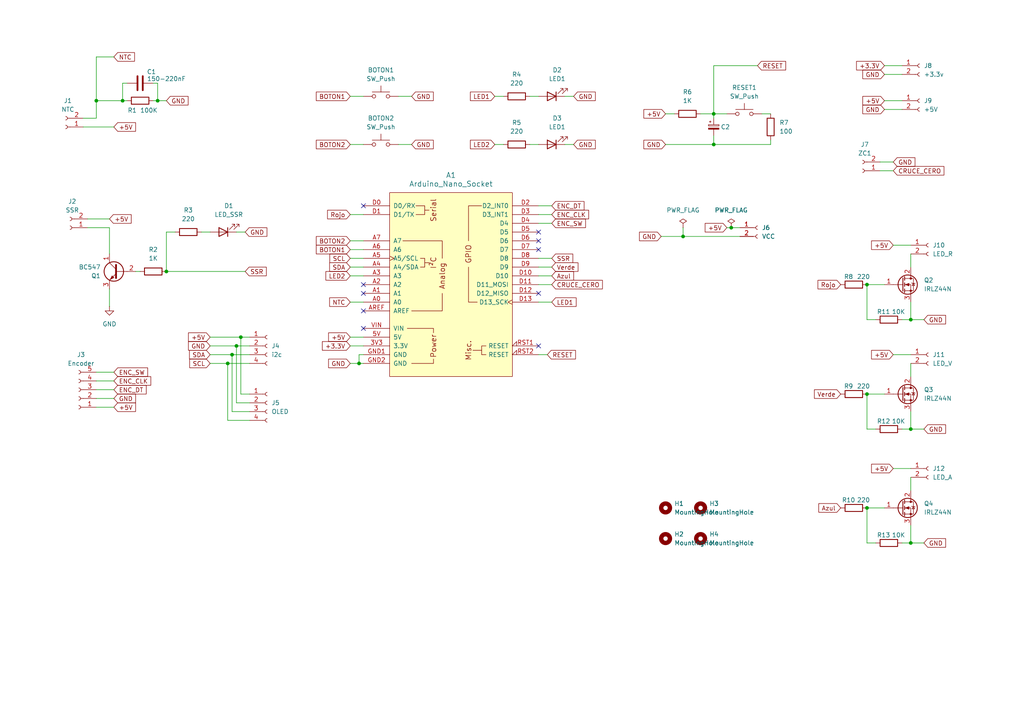
<source format=kicad_sch>
(kicad_sch
	(version 20250114)
	(generator "eeschema")
	(generator_version "9.0")
	(uuid "fb52b5cf-6b76-427d-ab4e-8ceaa29df2ae")
	(paper "A4")
	(lib_symbols
		(symbol "Connector:Conn_01x02_Socket"
			(pin_names
				(offset 1.016)
				(hide yes)
			)
			(exclude_from_sim no)
			(in_bom yes)
			(on_board yes)
			(property "Reference" "J"
				(at 0 2.54 0)
				(effects
					(font
						(size 1.27 1.27)
					)
				)
			)
			(property "Value" "Conn_01x02_Socket"
				(at 0 -5.08 0)
				(effects
					(font
						(size 1.27 1.27)
					)
				)
			)
			(property "Footprint" ""
				(at 0 0 0)
				(effects
					(font
						(size 1.27 1.27)
					)
					(hide yes)
				)
			)
			(property "Datasheet" "~"
				(at 0 0 0)
				(effects
					(font
						(size 1.27 1.27)
					)
					(hide yes)
				)
			)
			(property "Description" "Generic connector, single row, 01x02, script generated"
				(at 0 0 0)
				(effects
					(font
						(size 1.27 1.27)
					)
					(hide yes)
				)
			)
			(property "ki_locked" ""
				(at 0 0 0)
				(effects
					(font
						(size 1.27 1.27)
					)
				)
			)
			(property "ki_keywords" "connector"
				(at 0 0 0)
				(effects
					(font
						(size 1.27 1.27)
					)
					(hide yes)
				)
			)
			(property "ki_fp_filters" "Connector*:*_1x??_*"
				(at 0 0 0)
				(effects
					(font
						(size 1.27 1.27)
					)
					(hide yes)
				)
			)
			(symbol "Conn_01x02_Socket_1_1"
				(polyline
					(pts
						(xy -1.27 0) (xy -0.508 0)
					)
					(stroke
						(width 0.1524)
						(type default)
					)
					(fill
						(type none)
					)
				)
				(polyline
					(pts
						(xy -1.27 -2.54) (xy -0.508 -2.54)
					)
					(stroke
						(width 0.1524)
						(type default)
					)
					(fill
						(type none)
					)
				)
				(arc
					(start 0 -0.508)
					(mid -0.5058 0)
					(end 0 0.508)
					(stroke
						(width 0.1524)
						(type default)
					)
					(fill
						(type none)
					)
				)
				(arc
					(start 0 -3.048)
					(mid -0.5058 -2.54)
					(end 0 -2.032)
					(stroke
						(width 0.1524)
						(type default)
					)
					(fill
						(type none)
					)
				)
				(pin passive line
					(at -5.08 0 0)
					(length 3.81)
					(name "Pin_1"
						(effects
							(font
								(size 1.27 1.27)
							)
						)
					)
					(number "1"
						(effects
							(font
								(size 1.27 1.27)
							)
						)
					)
				)
				(pin passive line
					(at -5.08 -2.54 0)
					(length 3.81)
					(name "Pin_2"
						(effects
							(font
								(size 1.27 1.27)
							)
						)
					)
					(number "2"
						(effects
							(font
								(size 1.27 1.27)
							)
						)
					)
				)
			)
			(embedded_fonts no)
		)
		(symbol "Connector:Conn_01x04_Socket"
			(pin_names
				(offset 1.016)
				(hide yes)
			)
			(exclude_from_sim no)
			(in_bom yes)
			(on_board yes)
			(property "Reference" "J"
				(at 0 5.08 0)
				(effects
					(font
						(size 1.27 1.27)
					)
				)
			)
			(property "Value" "Conn_01x04_Socket"
				(at 0 -7.62 0)
				(effects
					(font
						(size 1.27 1.27)
					)
				)
			)
			(property "Footprint" ""
				(at 0 0 0)
				(effects
					(font
						(size 1.27 1.27)
					)
					(hide yes)
				)
			)
			(property "Datasheet" "~"
				(at 0 0 0)
				(effects
					(font
						(size 1.27 1.27)
					)
					(hide yes)
				)
			)
			(property "Description" "Generic connector, single row, 01x04, script generated"
				(at 0 0 0)
				(effects
					(font
						(size 1.27 1.27)
					)
					(hide yes)
				)
			)
			(property "ki_locked" ""
				(at 0 0 0)
				(effects
					(font
						(size 1.27 1.27)
					)
				)
			)
			(property "ki_keywords" "connector"
				(at 0 0 0)
				(effects
					(font
						(size 1.27 1.27)
					)
					(hide yes)
				)
			)
			(property "ki_fp_filters" "Connector*:*_1x??_*"
				(at 0 0 0)
				(effects
					(font
						(size 1.27 1.27)
					)
					(hide yes)
				)
			)
			(symbol "Conn_01x04_Socket_1_1"
				(polyline
					(pts
						(xy -1.27 2.54) (xy -0.508 2.54)
					)
					(stroke
						(width 0.1524)
						(type default)
					)
					(fill
						(type none)
					)
				)
				(polyline
					(pts
						(xy -1.27 0) (xy -0.508 0)
					)
					(stroke
						(width 0.1524)
						(type default)
					)
					(fill
						(type none)
					)
				)
				(polyline
					(pts
						(xy -1.27 -2.54) (xy -0.508 -2.54)
					)
					(stroke
						(width 0.1524)
						(type default)
					)
					(fill
						(type none)
					)
				)
				(polyline
					(pts
						(xy -1.27 -5.08) (xy -0.508 -5.08)
					)
					(stroke
						(width 0.1524)
						(type default)
					)
					(fill
						(type none)
					)
				)
				(arc
					(start 0 2.032)
					(mid -0.5058 2.54)
					(end 0 3.048)
					(stroke
						(width 0.1524)
						(type default)
					)
					(fill
						(type none)
					)
				)
				(arc
					(start 0 -0.508)
					(mid -0.5058 0)
					(end 0 0.508)
					(stroke
						(width 0.1524)
						(type default)
					)
					(fill
						(type none)
					)
				)
				(arc
					(start 0 -3.048)
					(mid -0.5058 -2.54)
					(end 0 -2.032)
					(stroke
						(width 0.1524)
						(type default)
					)
					(fill
						(type none)
					)
				)
				(arc
					(start 0 -5.588)
					(mid -0.5058 -5.08)
					(end 0 -4.572)
					(stroke
						(width 0.1524)
						(type default)
					)
					(fill
						(type none)
					)
				)
				(pin passive line
					(at -5.08 2.54 0)
					(length 3.81)
					(name "Pin_1"
						(effects
							(font
								(size 1.27 1.27)
							)
						)
					)
					(number "1"
						(effects
							(font
								(size 1.27 1.27)
							)
						)
					)
				)
				(pin passive line
					(at -5.08 0 0)
					(length 3.81)
					(name "Pin_2"
						(effects
							(font
								(size 1.27 1.27)
							)
						)
					)
					(number "2"
						(effects
							(font
								(size 1.27 1.27)
							)
						)
					)
				)
				(pin passive line
					(at -5.08 -2.54 0)
					(length 3.81)
					(name "Pin_3"
						(effects
							(font
								(size 1.27 1.27)
							)
						)
					)
					(number "3"
						(effects
							(font
								(size 1.27 1.27)
							)
						)
					)
				)
				(pin passive line
					(at -5.08 -5.08 0)
					(length 3.81)
					(name "Pin_4"
						(effects
							(font
								(size 1.27 1.27)
							)
						)
					)
					(number "4"
						(effects
							(font
								(size 1.27 1.27)
							)
						)
					)
				)
			)
			(embedded_fonts no)
		)
		(symbol "Connector:Conn_01x05_Socket"
			(pin_names
				(offset 1.016)
				(hide yes)
			)
			(exclude_from_sim no)
			(in_bom yes)
			(on_board yes)
			(property "Reference" "J"
				(at 0 7.62 0)
				(effects
					(font
						(size 1.27 1.27)
					)
				)
			)
			(property "Value" "Conn_01x05_Socket"
				(at 0 -7.62 0)
				(effects
					(font
						(size 1.27 1.27)
					)
				)
			)
			(property "Footprint" ""
				(at 0 0 0)
				(effects
					(font
						(size 1.27 1.27)
					)
					(hide yes)
				)
			)
			(property "Datasheet" "~"
				(at 0 0 0)
				(effects
					(font
						(size 1.27 1.27)
					)
					(hide yes)
				)
			)
			(property "Description" "Generic connector, single row, 01x05, script generated"
				(at 0 0 0)
				(effects
					(font
						(size 1.27 1.27)
					)
					(hide yes)
				)
			)
			(property "ki_locked" ""
				(at 0 0 0)
				(effects
					(font
						(size 1.27 1.27)
					)
				)
			)
			(property "ki_keywords" "connector"
				(at 0 0 0)
				(effects
					(font
						(size 1.27 1.27)
					)
					(hide yes)
				)
			)
			(property "ki_fp_filters" "Connector*:*_1x??_*"
				(at 0 0 0)
				(effects
					(font
						(size 1.27 1.27)
					)
					(hide yes)
				)
			)
			(symbol "Conn_01x05_Socket_1_1"
				(polyline
					(pts
						(xy -1.27 5.08) (xy -0.508 5.08)
					)
					(stroke
						(width 0.1524)
						(type default)
					)
					(fill
						(type none)
					)
				)
				(polyline
					(pts
						(xy -1.27 2.54) (xy -0.508 2.54)
					)
					(stroke
						(width 0.1524)
						(type default)
					)
					(fill
						(type none)
					)
				)
				(polyline
					(pts
						(xy -1.27 0) (xy -0.508 0)
					)
					(stroke
						(width 0.1524)
						(type default)
					)
					(fill
						(type none)
					)
				)
				(polyline
					(pts
						(xy -1.27 -2.54) (xy -0.508 -2.54)
					)
					(stroke
						(width 0.1524)
						(type default)
					)
					(fill
						(type none)
					)
				)
				(polyline
					(pts
						(xy -1.27 -5.08) (xy -0.508 -5.08)
					)
					(stroke
						(width 0.1524)
						(type default)
					)
					(fill
						(type none)
					)
				)
				(arc
					(start 0 4.572)
					(mid -0.5058 5.08)
					(end 0 5.588)
					(stroke
						(width 0.1524)
						(type default)
					)
					(fill
						(type none)
					)
				)
				(arc
					(start 0 2.032)
					(mid -0.5058 2.54)
					(end 0 3.048)
					(stroke
						(width 0.1524)
						(type default)
					)
					(fill
						(type none)
					)
				)
				(arc
					(start 0 -0.508)
					(mid -0.5058 0)
					(end 0 0.508)
					(stroke
						(width 0.1524)
						(type default)
					)
					(fill
						(type none)
					)
				)
				(arc
					(start 0 -3.048)
					(mid -0.5058 -2.54)
					(end 0 -2.032)
					(stroke
						(width 0.1524)
						(type default)
					)
					(fill
						(type none)
					)
				)
				(arc
					(start 0 -5.588)
					(mid -0.5058 -5.08)
					(end 0 -4.572)
					(stroke
						(width 0.1524)
						(type default)
					)
					(fill
						(type none)
					)
				)
				(pin passive line
					(at -5.08 5.08 0)
					(length 3.81)
					(name "Pin_1"
						(effects
							(font
								(size 1.27 1.27)
							)
						)
					)
					(number "1"
						(effects
							(font
								(size 1.27 1.27)
							)
						)
					)
				)
				(pin passive line
					(at -5.08 2.54 0)
					(length 3.81)
					(name "Pin_2"
						(effects
							(font
								(size 1.27 1.27)
							)
						)
					)
					(number "2"
						(effects
							(font
								(size 1.27 1.27)
							)
						)
					)
				)
				(pin passive line
					(at -5.08 0 0)
					(length 3.81)
					(name "Pin_3"
						(effects
							(font
								(size 1.27 1.27)
							)
						)
					)
					(number "3"
						(effects
							(font
								(size 1.27 1.27)
							)
						)
					)
				)
				(pin passive line
					(at -5.08 -2.54 0)
					(length 3.81)
					(name "Pin_4"
						(effects
							(font
								(size 1.27 1.27)
							)
						)
					)
					(number "4"
						(effects
							(font
								(size 1.27 1.27)
							)
						)
					)
				)
				(pin passive line
					(at -5.08 -5.08 0)
					(length 3.81)
					(name "Pin_5"
						(effects
							(font
								(size 1.27 1.27)
							)
						)
					)
					(number "5"
						(effects
							(font
								(size 1.27 1.27)
							)
						)
					)
				)
			)
			(embedded_fonts no)
		)
		(symbol "Device:C"
			(pin_numbers
				(hide yes)
			)
			(pin_names
				(offset 0.254)
			)
			(exclude_from_sim no)
			(in_bom yes)
			(on_board yes)
			(property "Reference" "C"
				(at 0.635 2.54 0)
				(effects
					(font
						(size 1.27 1.27)
					)
					(justify left)
				)
			)
			(property "Value" "C"
				(at 0.635 -2.54 0)
				(effects
					(font
						(size 1.27 1.27)
					)
					(justify left)
				)
			)
			(property "Footprint" ""
				(at 0.9652 -3.81 0)
				(effects
					(font
						(size 1.27 1.27)
					)
					(hide yes)
				)
			)
			(property "Datasheet" "~"
				(at 0 0 0)
				(effects
					(font
						(size 1.27 1.27)
					)
					(hide yes)
				)
			)
			(property "Description" "Unpolarized capacitor"
				(at 0 0 0)
				(effects
					(font
						(size 1.27 1.27)
					)
					(hide yes)
				)
			)
			(property "ki_keywords" "cap capacitor"
				(at 0 0 0)
				(effects
					(font
						(size 1.27 1.27)
					)
					(hide yes)
				)
			)
			(property "ki_fp_filters" "C_*"
				(at 0 0 0)
				(effects
					(font
						(size 1.27 1.27)
					)
					(hide yes)
				)
			)
			(symbol "C_0_1"
				(polyline
					(pts
						(xy -2.032 0.762) (xy 2.032 0.762)
					)
					(stroke
						(width 0.508)
						(type default)
					)
					(fill
						(type none)
					)
				)
				(polyline
					(pts
						(xy -2.032 -0.762) (xy 2.032 -0.762)
					)
					(stroke
						(width 0.508)
						(type default)
					)
					(fill
						(type none)
					)
				)
			)
			(symbol "C_1_1"
				(pin passive line
					(at 0 3.81 270)
					(length 2.794)
					(name "~"
						(effects
							(font
								(size 1.27 1.27)
							)
						)
					)
					(number "1"
						(effects
							(font
								(size 1.27 1.27)
							)
						)
					)
				)
				(pin passive line
					(at 0 -3.81 90)
					(length 2.794)
					(name "~"
						(effects
							(font
								(size 1.27 1.27)
							)
						)
					)
					(number "2"
						(effects
							(font
								(size 1.27 1.27)
							)
						)
					)
				)
			)
			(embedded_fonts no)
		)
		(symbol "Device:C_Polarized_Small"
			(pin_numbers
				(hide yes)
			)
			(pin_names
				(offset 0.254)
				(hide yes)
			)
			(exclude_from_sim no)
			(in_bom yes)
			(on_board yes)
			(property "Reference" "C"
				(at 0.254 1.778 0)
				(effects
					(font
						(size 1.27 1.27)
					)
					(justify left)
				)
			)
			(property "Value" "C_Polarized_Small"
				(at 0.254 -2.032 0)
				(effects
					(font
						(size 1.27 1.27)
					)
					(justify left)
				)
			)
			(property "Footprint" ""
				(at 0 0 0)
				(effects
					(font
						(size 1.27 1.27)
					)
					(hide yes)
				)
			)
			(property "Datasheet" "~"
				(at 0 0 0)
				(effects
					(font
						(size 1.27 1.27)
					)
					(hide yes)
				)
			)
			(property "Description" "Polarized capacitor, small symbol"
				(at 0 0 0)
				(effects
					(font
						(size 1.27 1.27)
					)
					(hide yes)
				)
			)
			(property "ki_keywords" "cap capacitor"
				(at 0 0 0)
				(effects
					(font
						(size 1.27 1.27)
					)
					(hide yes)
				)
			)
			(property "ki_fp_filters" "CP_*"
				(at 0 0 0)
				(effects
					(font
						(size 1.27 1.27)
					)
					(hide yes)
				)
			)
			(symbol "C_Polarized_Small_0_1"
				(rectangle
					(start -1.524 0.6858)
					(end 1.524 0.3048)
					(stroke
						(width 0)
						(type default)
					)
					(fill
						(type none)
					)
				)
				(rectangle
					(start -1.524 -0.3048)
					(end 1.524 -0.6858)
					(stroke
						(width 0)
						(type default)
					)
					(fill
						(type outline)
					)
				)
				(polyline
					(pts
						(xy -1.27 1.524) (xy -0.762 1.524)
					)
					(stroke
						(width 0)
						(type default)
					)
					(fill
						(type none)
					)
				)
				(polyline
					(pts
						(xy -1.016 1.27) (xy -1.016 1.778)
					)
					(stroke
						(width 0)
						(type default)
					)
					(fill
						(type none)
					)
				)
			)
			(symbol "C_Polarized_Small_1_1"
				(pin passive line
					(at 0 2.54 270)
					(length 1.8542)
					(name "~"
						(effects
							(font
								(size 1.27 1.27)
							)
						)
					)
					(number "1"
						(effects
							(font
								(size 1.27 1.27)
							)
						)
					)
				)
				(pin passive line
					(at 0 -2.54 90)
					(length 1.8542)
					(name "~"
						(effects
							(font
								(size 1.27 1.27)
							)
						)
					)
					(number "2"
						(effects
							(font
								(size 1.27 1.27)
							)
						)
					)
				)
			)
			(embedded_fonts no)
		)
		(symbol "Device:LED"
			(pin_numbers
				(hide yes)
			)
			(pin_names
				(offset 1.016)
				(hide yes)
			)
			(exclude_from_sim no)
			(in_bom yes)
			(on_board yes)
			(property "Reference" "D"
				(at 0 2.54 0)
				(effects
					(font
						(size 1.27 1.27)
					)
				)
			)
			(property "Value" "LED"
				(at 0 -2.54 0)
				(effects
					(font
						(size 1.27 1.27)
					)
				)
			)
			(property "Footprint" ""
				(at 0 0 0)
				(effects
					(font
						(size 1.27 1.27)
					)
					(hide yes)
				)
			)
			(property "Datasheet" "~"
				(at 0 0 0)
				(effects
					(font
						(size 1.27 1.27)
					)
					(hide yes)
				)
			)
			(property "Description" "Light emitting diode"
				(at 0 0 0)
				(effects
					(font
						(size 1.27 1.27)
					)
					(hide yes)
				)
			)
			(property "Sim.Pins" "1=K 2=A"
				(at 0 0 0)
				(effects
					(font
						(size 1.27 1.27)
					)
					(hide yes)
				)
			)
			(property "ki_keywords" "LED diode"
				(at 0 0 0)
				(effects
					(font
						(size 1.27 1.27)
					)
					(hide yes)
				)
			)
			(property "ki_fp_filters" "LED* LED_SMD:* LED_THT:*"
				(at 0 0 0)
				(effects
					(font
						(size 1.27 1.27)
					)
					(hide yes)
				)
			)
			(symbol "LED_0_1"
				(polyline
					(pts
						(xy -3.048 -0.762) (xy -4.572 -2.286) (xy -3.81 -2.286) (xy -4.572 -2.286) (xy -4.572 -1.524)
					)
					(stroke
						(width 0)
						(type default)
					)
					(fill
						(type none)
					)
				)
				(polyline
					(pts
						(xy -1.778 -0.762) (xy -3.302 -2.286) (xy -2.54 -2.286) (xy -3.302 -2.286) (xy -3.302 -1.524)
					)
					(stroke
						(width 0)
						(type default)
					)
					(fill
						(type none)
					)
				)
				(polyline
					(pts
						(xy -1.27 0) (xy 1.27 0)
					)
					(stroke
						(width 0)
						(type default)
					)
					(fill
						(type none)
					)
				)
				(polyline
					(pts
						(xy -1.27 -1.27) (xy -1.27 1.27)
					)
					(stroke
						(width 0.254)
						(type default)
					)
					(fill
						(type none)
					)
				)
				(polyline
					(pts
						(xy 1.27 -1.27) (xy 1.27 1.27) (xy -1.27 0) (xy 1.27 -1.27)
					)
					(stroke
						(width 0.254)
						(type default)
					)
					(fill
						(type none)
					)
				)
			)
			(symbol "LED_1_1"
				(pin passive line
					(at -3.81 0 0)
					(length 2.54)
					(name "K"
						(effects
							(font
								(size 1.27 1.27)
							)
						)
					)
					(number "1"
						(effects
							(font
								(size 1.27 1.27)
							)
						)
					)
				)
				(pin passive line
					(at 3.81 0 180)
					(length 2.54)
					(name "A"
						(effects
							(font
								(size 1.27 1.27)
							)
						)
					)
					(number "2"
						(effects
							(font
								(size 1.27 1.27)
							)
						)
					)
				)
			)
			(embedded_fonts no)
		)
		(symbol "Device:R"
			(pin_numbers
				(hide yes)
			)
			(pin_names
				(offset 0)
			)
			(exclude_from_sim no)
			(in_bom yes)
			(on_board yes)
			(property "Reference" "R"
				(at 2.032 0 90)
				(effects
					(font
						(size 1.27 1.27)
					)
				)
			)
			(property "Value" "R"
				(at 0 0 90)
				(effects
					(font
						(size 1.27 1.27)
					)
				)
			)
			(property "Footprint" ""
				(at -1.778 0 90)
				(effects
					(font
						(size 1.27 1.27)
					)
					(hide yes)
				)
			)
			(property "Datasheet" "~"
				(at 0 0 0)
				(effects
					(font
						(size 1.27 1.27)
					)
					(hide yes)
				)
			)
			(property "Description" "Resistor"
				(at 0 0 0)
				(effects
					(font
						(size 1.27 1.27)
					)
					(hide yes)
				)
			)
			(property "ki_keywords" "R res resistor"
				(at 0 0 0)
				(effects
					(font
						(size 1.27 1.27)
					)
					(hide yes)
				)
			)
			(property "ki_fp_filters" "R_*"
				(at 0 0 0)
				(effects
					(font
						(size 1.27 1.27)
					)
					(hide yes)
				)
			)
			(symbol "R_0_1"
				(rectangle
					(start -1.016 -2.54)
					(end 1.016 2.54)
					(stroke
						(width 0.254)
						(type default)
					)
					(fill
						(type none)
					)
				)
			)
			(symbol "R_1_1"
				(pin passive line
					(at 0 3.81 270)
					(length 1.27)
					(name "~"
						(effects
							(font
								(size 1.27 1.27)
							)
						)
					)
					(number "1"
						(effects
							(font
								(size 1.27 1.27)
							)
						)
					)
				)
				(pin passive line
					(at 0 -3.81 90)
					(length 1.27)
					(name "~"
						(effects
							(font
								(size 1.27 1.27)
							)
						)
					)
					(number "2"
						(effects
							(font
								(size 1.27 1.27)
							)
						)
					)
				)
			)
			(embedded_fonts no)
		)
		(symbol "Mechanical:MountingHole"
			(pin_names
				(offset 1.016)
			)
			(exclude_from_sim no)
			(in_bom no)
			(on_board yes)
			(property "Reference" "H"
				(at 0 5.08 0)
				(effects
					(font
						(size 1.27 1.27)
					)
				)
			)
			(property "Value" "MountingHole"
				(at 0 3.175 0)
				(effects
					(font
						(size 1.27 1.27)
					)
				)
			)
			(property "Footprint" ""
				(at 0 0 0)
				(effects
					(font
						(size 1.27 1.27)
					)
					(hide yes)
				)
			)
			(property "Datasheet" "~"
				(at 0 0 0)
				(effects
					(font
						(size 1.27 1.27)
					)
					(hide yes)
				)
			)
			(property "Description" "Mounting Hole without connection"
				(at 0 0 0)
				(effects
					(font
						(size 1.27 1.27)
					)
					(hide yes)
				)
			)
			(property "ki_keywords" "mounting hole"
				(at 0 0 0)
				(effects
					(font
						(size 1.27 1.27)
					)
					(hide yes)
				)
			)
			(property "ki_fp_filters" "MountingHole*"
				(at 0 0 0)
				(effects
					(font
						(size 1.27 1.27)
					)
					(hide yes)
				)
			)
			(symbol "MountingHole_0_1"
				(circle
					(center 0 0)
					(radius 1.27)
					(stroke
						(width 1.27)
						(type default)
					)
					(fill
						(type none)
					)
				)
			)
			(embedded_fonts no)
		)
		(symbol "PCM_arduino-library:Arduino_Nano_Socket"
			(pin_names
				(offset 1.016)
			)
			(exclude_from_sim no)
			(in_bom yes)
			(on_board yes)
			(property "Reference" "A"
				(at 0 33.02 0)
				(effects
					(font
						(size 1.524 1.524)
					)
				)
			)
			(property "Value" "Arduino_Nano_Socket"
				(at 0 29.21 0)
				(effects
					(font
						(size 1.524 1.524)
					)
				)
			)
			(property "Footprint" "PCM_arduino-library:Arduino_Nano_Socket"
				(at 0 -34.29 0)
				(effects
					(font
						(size 1.524 1.524)
					)
					(hide yes)
				)
			)
			(property "Datasheet" "https://docs.arduino.cc/hardware/nano"
				(at 0 -30.48 0)
				(effects
					(font
						(size 1.524 1.524)
					)
					(hide yes)
				)
			)
			(property "Description" "Socket for Arduino Nano"
				(at 0 0 0)
				(effects
					(font
						(size 1.27 1.27)
					)
					(hide yes)
				)
			)
			(property "ki_keywords" "Arduino MPU Shield"
				(at 0 0 0)
				(effects
					(font
						(size 1.27 1.27)
					)
					(hide yes)
				)
			)
			(property "ki_fp_filters" "Arduino_Nano_Socket"
				(at 0 0 0)
				(effects
					(font
						(size 1.27 1.27)
					)
					(hide yes)
				)
			)
			(symbol "Arduino_Nano_Socket_0_0"
				(rectangle
					(start -17.78 26.67)
					(end 17.78 -26.67)
					(stroke
						(width 0)
						(type default)
					)
					(fill
						(type background)
					)
				)
				(polyline
					(pts
						(xy -11.43 -22.86) (xy -5.08 -22.86) (xy -5.08 -21.59)
					)
					(stroke
						(width 0)
						(type default)
					)
					(fill
						(type none)
					)
				)
				(polyline
					(pts
						(xy -10.16 22.86) (xy -7.62 22.86) (xy -7.62 20.32) (xy -10.16 20.32)
					)
					(stroke
						(width 0)
						(type default)
					)
					(fill
						(type none)
					)
				)
				(polyline
					(pts
						(xy -8.89 7.62) (xy -7.62 7.62) (xy -7.62 5.08) (xy -8.89 5.08)
					)
					(stroke
						(width 0)
						(type default)
					)
					(fill
						(type none)
					)
				)
				(polyline
					(pts
						(xy -7.62 21.59) (xy -6.35 21.59)
					)
					(stroke
						(width 0)
						(type default)
					)
					(fill
						(type none)
					)
				)
				(polyline
					(pts
						(xy -7.62 6.35) (xy -6.35 6.35)
					)
					(stroke
						(width 0)
						(type default)
					)
					(fill
						(type none)
					)
				)
				(polyline
					(pts
						(xy -5.08 -13.97) (xy -5.08 -12.7) (xy -12.7 -12.7)
					)
					(stroke
						(width 0)
						(type default)
					)
					(fill
						(type none)
					)
				)
				(polyline
					(pts
						(xy 8.89 -19.05) (xy 6.35 -19.05)
					)
					(stroke
						(width 0)
						(type default)
					)
					(fill
						(type none)
					)
				)
				(text "Serial"
					(at -5.08 21.59 900)
					(effects
						(font
							(size 1.524 1.524)
						)
					)
				)
				(text "I²C"
					(at -5.08 6.35 900)
					(effects
						(font
							(size 1.524 1.524)
						)
					)
				)
				(text "Power"
					(at -5.08 -17.78 900)
					(effects
						(font
							(size 1.524 1.524)
						)
					)
				)
				(text "Analog"
					(at -2.54 2.54 900)
					(effects
						(font
							(size 1.524 1.524)
						)
					)
				)
				(text "Misc."
					(at 5.08 -19.05 900)
					(effects
						(font
							(size 1.524 1.524)
						)
					)
				)
			)
			(symbol "Arduino_Nano_Socket_0_1"
				(polyline
					(pts
						(xy -13.97 12.7) (xy -2.54 12.7) (xy -2.54 7.62)
					)
					(stroke
						(width 0)
						(type default)
					)
					(fill
						(type none)
					)
				)
				(polyline
					(pts
						(xy -11.43 -7.62) (xy -2.54 -7.62) (xy -2.54 -2.54)
					)
					(stroke
						(width 0)
						(type default)
					)
					(fill
						(type none)
					)
				)
				(polyline
					(pts
						(xy 7.62 -5.08) (xy 5.08 -5.08) (xy 5.08 5.08)
					)
					(stroke
						(width 0)
						(type default)
					)
					(fill
						(type none)
					)
				)
				(polyline
					(pts
						(xy 8.89 22.86) (xy 5.08 22.86) (xy 5.08 12.7)
					)
					(stroke
						(width 0)
						(type default)
					)
					(fill
						(type none)
					)
				)
				(polyline
					(pts
						(xy 10.16 -17.78) (xy 8.89 -17.78) (xy 8.89 -20.32) (xy 10.16 -20.32)
					)
					(stroke
						(width 0)
						(type default)
					)
					(fill
						(type none)
					)
				)
			)
			(symbol "Arduino_Nano_Socket_1_0"
				(text "GPIO"
					(at 5.08 8.89 900)
					(effects
						(font
							(size 1.524 1.524)
						)
					)
				)
			)
			(symbol "Arduino_Nano_Socket_1_1"
				(pin bidirectional line
					(at -25.4 22.86 0)
					(length 7.62)
					(name "D0/RX"
						(effects
							(font
								(size 1.27 1.27)
							)
						)
					)
					(number "D0"
						(effects
							(font
								(size 1.27 1.27)
							)
						)
					)
				)
				(pin bidirectional line
					(at -25.4 20.32 0)
					(length 7.62)
					(name "D1/TX"
						(effects
							(font
								(size 1.27 1.27)
							)
						)
					)
					(number "D1"
						(effects
							(font
								(size 1.27 1.27)
							)
						)
					)
				)
				(pin input line
					(at -25.4 12.7 0)
					(length 7.62)
					(name "A7"
						(effects
							(font
								(size 1.27 1.27)
							)
						)
					)
					(number "A7"
						(effects
							(font
								(size 1.27 1.27)
							)
						)
					)
				)
				(pin input line
					(at -25.4 10.16 0)
					(length 7.62)
					(name "A6"
						(effects
							(font
								(size 1.27 1.27)
							)
						)
					)
					(number "A6"
						(effects
							(font
								(size 1.27 1.27)
							)
						)
					)
				)
				(pin bidirectional clock
					(at -25.4 7.62 0)
					(length 7.62)
					(name "A5/SCL"
						(effects
							(font
								(size 1.27 1.27)
							)
						)
					)
					(number "A5"
						(effects
							(font
								(size 1.27 1.27)
							)
						)
					)
				)
				(pin bidirectional line
					(at -25.4 5.08 0)
					(length 7.62)
					(name "A4/SDA"
						(effects
							(font
								(size 1.27 1.27)
							)
						)
					)
					(number "A4"
						(effects
							(font
								(size 1.27 1.27)
							)
						)
					)
				)
				(pin bidirectional line
					(at -25.4 2.54 0)
					(length 7.62)
					(name "A3"
						(effects
							(font
								(size 1.27 1.27)
							)
						)
					)
					(number "A3"
						(effects
							(font
								(size 1.27 1.27)
							)
						)
					)
				)
				(pin bidirectional line
					(at -25.4 0 0)
					(length 7.62)
					(name "A2"
						(effects
							(font
								(size 1.27 1.27)
							)
						)
					)
					(number "A2"
						(effects
							(font
								(size 1.27 1.27)
							)
						)
					)
				)
				(pin bidirectional line
					(at -25.4 -2.54 0)
					(length 7.62)
					(name "A1"
						(effects
							(font
								(size 1.27 1.27)
							)
						)
					)
					(number "A1"
						(effects
							(font
								(size 1.27 1.27)
							)
						)
					)
				)
				(pin bidirectional line
					(at -25.4 -5.08 0)
					(length 7.62)
					(name "A0"
						(effects
							(font
								(size 1.27 1.27)
							)
						)
					)
					(number "A0"
						(effects
							(font
								(size 1.27 1.27)
							)
						)
					)
				)
				(pin input line
					(at -25.4 -7.62 0)
					(length 7.62)
					(name "AREF"
						(effects
							(font
								(size 1.27 1.27)
							)
						)
					)
					(number "AREF"
						(effects
							(font
								(size 1.27 1.27)
							)
						)
					)
				)
				(pin power_in line
					(at -25.4 -12.7 0)
					(length 7.62)
					(name "VIN"
						(effects
							(font
								(size 1.27 1.27)
							)
						)
					)
					(number "VIN"
						(effects
							(font
								(size 1.27 1.27)
							)
						)
					)
				)
				(pin power_in line
					(at -25.4 -15.24 0)
					(length 7.62)
					(name "5V"
						(effects
							(font
								(size 1.27 1.27)
							)
						)
					)
					(number "5V"
						(effects
							(font
								(size 1.27 1.27)
							)
						)
					)
				)
				(pin power_out line
					(at -25.4 -17.78 0)
					(length 7.62)
					(name "3.3V"
						(effects
							(font
								(size 1.27 1.27)
							)
						)
					)
					(number "3V3"
						(effects
							(font
								(size 1.27 1.27)
							)
						)
					)
				)
				(pin power_in line
					(at -25.4 -20.32 0)
					(length 7.62)
					(name "GND"
						(effects
							(font
								(size 1.27 1.27)
							)
						)
					)
					(number "GND1"
						(effects
							(font
								(size 1.27 1.27)
							)
						)
					)
				)
				(pin power_in line
					(at -25.4 -22.86 0)
					(length 7.62)
					(name "GND"
						(effects
							(font
								(size 1.27 1.27)
							)
						)
					)
					(number "GND2"
						(effects
							(font
								(size 1.27 1.27)
							)
						)
					)
				)
				(pin bidirectional line
					(at 25.4 22.86 180)
					(length 7.62)
					(name "D2_INT0"
						(effects
							(font
								(size 1.27 1.27)
							)
						)
					)
					(number "D2"
						(effects
							(font
								(size 1.27 1.27)
							)
						)
					)
				)
				(pin bidirectional line
					(at 25.4 20.32 180)
					(length 7.62)
					(name "D3_INT1"
						(effects
							(font
								(size 1.27 1.27)
							)
						)
					)
					(number "D3"
						(effects
							(font
								(size 1.27 1.27)
							)
						)
					)
				)
				(pin bidirectional line
					(at 25.4 17.78 180)
					(length 7.62)
					(name "D4"
						(effects
							(font
								(size 1.27 1.27)
							)
						)
					)
					(number "D4"
						(effects
							(font
								(size 1.27 1.27)
							)
						)
					)
				)
				(pin bidirectional line
					(at 25.4 15.24 180)
					(length 7.62)
					(name "D5"
						(effects
							(font
								(size 1.27 1.27)
							)
						)
					)
					(number "D5"
						(effects
							(font
								(size 1.27 1.27)
							)
						)
					)
				)
				(pin bidirectional line
					(at 25.4 12.7 180)
					(length 7.62)
					(name "D6"
						(effects
							(font
								(size 1.27 1.27)
							)
						)
					)
					(number "D6"
						(effects
							(font
								(size 1.27 1.27)
							)
						)
					)
				)
				(pin bidirectional line
					(at 25.4 10.16 180)
					(length 7.62)
					(name "D7"
						(effects
							(font
								(size 1.27 1.27)
							)
						)
					)
					(number "D7"
						(effects
							(font
								(size 1.27 1.27)
							)
						)
					)
				)
				(pin bidirectional line
					(at 25.4 7.62 180)
					(length 7.62)
					(name "D8"
						(effects
							(font
								(size 1.27 1.27)
							)
						)
					)
					(number "D8"
						(effects
							(font
								(size 1.27 1.27)
							)
						)
					)
				)
				(pin bidirectional line
					(at 25.4 5.08 180)
					(length 7.62)
					(name "D9"
						(effects
							(font
								(size 1.27 1.27)
							)
						)
					)
					(number "D9"
						(effects
							(font
								(size 1.27 1.27)
							)
						)
					)
				)
				(pin bidirectional line
					(at 25.4 2.54 180)
					(length 7.62)
					(name "D10"
						(effects
							(font
								(size 1.27 1.27)
							)
						)
					)
					(number "D10"
						(effects
							(font
								(size 1.27 1.27)
							)
						)
					)
				)
				(pin bidirectional line
					(at 25.4 0 180)
					(length 7.62)
					(name "D11_MOSI"
						(effects
							(font
								(size 1.27 1.27)
							)
						)
					)
					(number "D11"
						(effects
							(font
								(size 1.27 1.27)
							)
						)
					)
				)
				(pin bidirectional line
					(at 25.4 -2.54 180)
					(length 7.62)
					(name "D12_MISO"
						(effects
							(font
								(size 1.27 1.27)
							)
						)
					)
					(number "D12"
						(effects
							(font
								(size 1.27 1.27)
							)
						)
					)
				)
				(pin bidirectional clock
					(at 25.4 -5.08 180)
					(length 7.62)
					(name "D13_SCK"
						(effects
							(font
								(size 1.27 1.27)
							)
						)
					)
					(number "D13"
						(effects
							(font
								(size 1.27 1.27)
							)
						)
					)
				)
				(pin open_collector input_low
					(at 25.4 -17.78 180)
					(length 7.62)
					(name "RESET"
						(effects
							(font
								(size 1.27 1.27)
							)
						)
					)
					(number "RST1"
						(effects
							(font
								(size 1.27 1.27)
							)
						)
					)
				)
				(pin open_collector input_low
					(at 25.4 -20.32 180)
					(length 7.62)
					(name "RESET"
						(effects
							(font
								(size 1.27 1.27)
							)
						)
					)
					(number "RST2"
						(effects
							(font
								(size 1.27 1.27)
							)
						)
					)
				)
			)
			(embedded_fonts no)
		)
		(symbol "Switch:SW_Push"
			(pin_numbers
				(hide yes)
			)
			(pin_names
				(offset 1.016)
				(hide yes)
			)
			(exclude_from_sim no)
			(in_bom yes)
			(on_board yes)
			(property "Reference" "SW"
				(at 1.27 2.54 0)
				(effects
					(font
						(size 1.27 1.27)
					)
					(justify left)
				)
			)
			(property "Value" "SW_Push"
				(at 0 -1.524 0)
				(effects
					(font
						(size 1.27 1.27)
					)
				)
			)
			(property "Footprint" ""
				(at 0 5.08 0)
				(effects
					(font
						(size 1.27 1.27)
					)
					(hide yes)
				)
			)
			(property "Datasheet" "~"
				(at 0 5.08 0)
				(effects
					(font
						(size 1.27 1.27)
					)
					(hide yes)
				)
			)
			(property "Description" "Push button switch, generic, two pins"
				(at 0 0 0)
				(effects
					(font
						(size 1.27 1.27)
					)
					(hide yes)
				)
			)
			(property "ki_keywords" "switch normally-open pushbutton push-button"
				(at 0 0 0)
				(effects
					(font
						(size 1.27 1.27)
					)
					(hide yes)
				)
			)
			(symbol "SW_Push_0_1"
				(circle
					(center -2.032 0)
					(radius 0.508)
					(stroke
						(width 0)
						(type default)
					)
					(fill
						(type none)
					)
				)
				(polyline
					(pts
						(xy 0 1.27) (xy 0 3.048)
					)
					(stroke
						(width 0)
						(type default)
					)
					(fill
						(type none)
					)
				)
				(circle
					(center 2.032 0)
					(radius 0.508)
					(stroke
						(width 0)
						(type default)
					)
					(fill
						(type none)
					)
				)
				(polyline
					(pts
						(xy 2.54 1.27) (xy -2.54 1.27)
					)
					(stroke
						(width 0)
						(type default)
					)
					(fill
						(type none)
					)
				)
				(pin passive line
					(at -5.08 0 0)
					(length 2.54)
					(name "1"
						(effects
							(font
								(size 1.27 1.27)
							)
						)
					)
					(number "1"
						(effects
							(font
								(size 1.27 1.27)
							)
						)
					)
				)
				(pin passive line
					(at 5.08 0 180)
					(length 2.54)
					(name "2"
						(effects
							(font
								(size 1.27 1.27)
							)
						)
					)
					(number "2"
						(effects
							(font
								(size 1.27 1.27)
							)
						)
					)
				)
			)
			(embedded_fonts no)
		)
		(symbol "Transistor_BJT:BC547"
			(pin_names
				(offset 0)
				(hide yes)
			)
			(exclude_from_sim no)
			(in_bom yes)
			(on_board yes)
			(property "Reference" "Q"
				(at 5.08 1.905 0)
				(effects
					(font
						(size 1.27 1.27)
					)
					(justify left)
				)
			)
			(property "Value" "BC547"
				(at 5.08 0 0)
				(effects
					(font
						(size 1.27 1.27)
					)
					(justify left)
				)
			)
			(property "Footprint" "Package_TO_SOT_THT:TO-92_Inline"
				(at 5.08 -1.905 0)
				(effects
					(font
						(size 1.27 1.27)
						(italic yes)
					)
					(justify left)
					(hide yes)
				)
			)
			(property "Datasheet" "https://www.onsemi.com/pub/Collateral/BC550-D.pdf"
				(at 0 0 0)
				(effects
					(font
						(size 1.27 1.27)
					)
					(justify left)
					(hide yes)
				)
			)
			(property "Description" "0.1A Ic, 45V Vce, Small Signal NPN Transistor, TO-92"
				(at 0 0 0)
				(effects
					(font
						(size 1.27 1.27)
					)
					(hide yes)
				)
			)
			(property "ki_keywords" "NPN Transistor"
				(at 0 0 0)
				(effects
					(font
						(size 1.27 1.27)
					)
					(hide yes)
				)
			)
			(property "ki_fp_filters" "TO?92*"
				(at 0 0 0)
				(effects
					(font
						(size 1.27 1.27)
					)
					(hide yes)
				)
			)
			(symbol "BC547_0_1"
				(polyline
					(pts
						(xy -2.54 0) (xy 0.635 0)
					)
					(stroke
						(width 0)
						(type default)
					)
					(fill
						(type none)
					)
				)
				(polyline
					(pts
						(xy 0.635 1.905) (xy 0.635 -1.905)
					)
					(stroke
						(width 0.508)
						(type default)
					)
					(fill
						(type none)
					)
				)
				(circle
					(center 1.27 0)
					(radius 2.8194)
					(stroke
						(width 0.254)
						(type default)
					)
					(fill
						(type none)
					)
				)
			)
			(symbol "BC547_1_1"
				(polyline
					(pts
						(xy 0.635 0.635) (xy 2.54 2.54)
					)
					(stroke
						(width 0)
						(type default)
					)
					(fill
						(type none)
					)
				)
				(polyline
					(pts
						(xy 0.635 -0.635) (xy 2.54 -2.54)
					)
					(stroke
						(width 0)
						(type default)
					)
					(fill
						(type none)
					)
				)
				(polyline
					(pts
						(xy 1.27 -1.778) (xy 1.778 -1.27) (xy 2.286 -2.286) (xy 1.27 -1.778)
					)
					(stroke
						(width 0)
						(type default)
					)
					(fill
						(type outline)
					)
				)
				(pin input line
					(at -5.08 0 0)
					(length 2.54)
					(name "B"
						(effects
							(font
								(size 1.27 1.27)
							)
						)
					)
					(number "2"
						(effects
							(font
								(size 1.27 1.27)
							)
						)
					)
				)
				(pin passive line
					(at 2.54 5.08 270)
					(length 2.54)
					(name "C"
						(effects
							(font
								(size 1.27 1.27)
							)
						)
					)
					(number "1"
						(effects
							(font
								(size 1.27 1.27)
							)
						)
					)
				)
				(pin passive line
					(at 2.54 -5.08 90)
					(length 2.54)
					(name "E"
						(effects
							(font
								(size 1.27 1.27)
							)
						)
					)
					(number "3"
						(effects
							(font
								(size 1.27 1.27)
							)
						)
					)
				)
			)
			(embedded_fonts no)
		)
		(symbol "Transistor_FET:IRLZ44N"
			(pin_names
				(hide yes)
			)
			(exclude_from_sim no)
			(in_bom yes)
			(on_board yes)
			(property "Reference" "Q"
				(at 5.08 1.905 0)
				(effects
					(font
						(size 1.27 1.27)
					)
					(justify left)
				)
			)
			(property "Value" "IRLZ44N"
				(at 5.08 0 0)
				(effects
					(font
						(size 1.27 1.27)
					)
					(justify left)
				)
			)
			(property "Footprint" "Package_TO_SOT_THT:TO-220-3_Vertical"
				(at 5.08 -1.905 0)
				(effects
					(font
						(size 1.27 1.27)
						(italic yes)
					)
					(justify left)
					(hide yes)
				)
			)
			(property "Datasheet" "http://www.irf.com/product-info/datasheets/data/irlz44n.pdf"
				(at 5.08 -3.81 0)
				(effects
					(font
						(size 1.27 1.27)
					)
					(justify left)
					(hide yes)
				)
			)
			(property "Description" "47A Id, 55V Vds, 22mOhm Rds Single N-Channel HEXFET Power MOSFET, TO-220AB"
				(at 0 0 0)
				(effects
					(font
						(size 1.27 1.27)
					)
					(hide yes)
				)
			)
			(property "ki_keywords" "N-Channel HEXFET MOSFET Logic-Level"
				(at 0 0 0)
				(effects
					(font
						(size 1.27 1.27)
					)
					(hide yes)
				)
			)
			(property "ki_fp_filters" "TO?220*"
				(at 0 0 0)
				(effects
					(font
						(size 1.27 1.27)
					)
					(hide yes)
				)
			)
			(symbol "IRLZ44N_0_1"
				(polyline
					(pts
						(xy 0.254 1.905) (xy 0.254 -1.905)
					)
					(stroke
						(width 0.254)
						(type default)
					)
					(fill
						(type none)
					)
				)
				(polyline
					(pts
						(xy 0.254 0) (xy -2.54 0)
					)
					(stroke
						(width 0)
						(type default)
					)
					(fill
						(type none)
					)
				)
				(polyline
					(pts
						(xy 0.762 2.286) (xy 0.762 1.27)
					)
					(stroke
						(width 0.254)
						(type default)
					)
					(fill
						(type none)
					)
				)
				(polyline
					(pts
						(xy 0.762 0.508) (xy 0.762 -0.508)
					)
					(stroke
						(width 0.254)
						(type default)
					)
					(fill
						(type none)
					)
				)
				(polyline
					(pts
						(xy 0.762 -1.27) (xy 0.762 -2.286)
					)
					(stroke
						(width 0.254)
						(type default)
					)
					(fill
						(type none)
					)
				)
				(polyline
					(pts
						(xy 0.762 -1.778) (xy 3.302 -1.778) (xy 3.302 1.778) (xy 0.762 1.778)
					)
					(stroke
						(width 0)
						(type default)
					)
					(fill
						(type none)
					)
				)
				(polyline
					(pts
						(xy 1.016 0) (xy 2.032 0.381) (xy 2.032 -0.381) (xy 1.016 0)
					)
					(stroke
						(width 0)
						(type default)
					)
					(fill
						(type outline)
					)
				)
				(circle
					(center 1.651 0)
					(radius 2.794)
					(stroke
						(width 0.254)
						(type default)
					)
					(fill
						(type none)
					)
				)
				(polyline
					(pts
						(xy 2.54 2.54) (xy 2.54 1.778)
					)
					(stroke
						(width 0)
						(type default)
					)
					(fill
						(type none)
					)
				)
				(circle
					(center 2.54 1.778)
					(radius 0.254)
					(stroke
						(width 0)
						(type default)
					)
					(fill
						(type outline)
					)
				)
				(circle
					(center 2.54 -1.778)
					(radius 0.254)
					(stroke
						(width 0)
						(type default)
					)
					(fill
						(type outline)
					)
				)
				(polyline
					(pts
						(xy 2.54 -2.54) (xy 2.54 0) (xy 0.762 0)
					)
					(stroke
						(width 0)
						(type default)
					)
					(fill
						(type none)
					)
				)
				(polyline
					(pts
						(xy 2.794 0.508) (xy 2.921 0.381) (xy 3.683 0.381) (xy 3.81 0.254)
					)
					(stroke
						(width 0)
						(type default)
					)
					(fill
						(type none)
					)
				)
				(polyline
					(pts
						(xy 3.302 0.381) (xy 2.921 -0.254) (xy 3.683 -0.254) (xy 3.302 0.381)
					)
					(stroke
						(width 0)
						(type default)
					)
					(fill
						(type none)
					)
				)
			)
			(symbol "IRLZ44N_1_1"
				(pin input line
					(at -5.08 0 0)
					(length 2.54)
					(name "G"
						(effects
							(font
								(size 1.27 1.27)
							)
						)
					)
					(number "1"
						(effects
							(font
								(size 1.27 1.27)
							)
						)
					)
				)
				(pin passive line
					(at 2.54 5.08 270)
					(length 2.54)
					(name "D"
						(effects
							(font
								(size 1.27 1.27)
							)
						)
					)
					(number "2"
						(effects
							(font
								(size 1.27 1.27)
							)
						)
					)
				)
				(pin passive line
					(at 2.54 -5.08 90)
					(length 2.54)
					(name "S"
						(effects
							(font
								(size 1.27 1.27)
							)
						)
					)
					(number "3"
						(effects
							(font
								(size 1.27 1.27)
							)
						)
					)
				)
			)
			(embedded_fonts no)
		)
		(symbol "power:GND"
			(power)
			(pin_numbers
				(hide yes)
			)
			(pin_names
				(offset 0)
				(hide yes)
			)
			(exclude_from_sim no)
			(in_bom yes)
			(on_board yes)
			(property "Reference" "#PWR"
				(at 0 -6.35 0)
				(effects
					(font
						(size 1.27 1.27)
					)
					(hide yes)
				)
			)
			(property "Value" "GND"
				(at 0 -3.81 0)
				(effects
					(font
						(size 1.27 1.27)
					)
				)
			)
			(property "Footprint" ""
				(at 0 0 0)
				(effects
					(font
						(size 1.27 1.27)
					)
					(hide yes)
				)
			)
			(property "Datasheet" ""
				(at 0 0 0)
				(effects
					(font
						(size 1.27 1.27)
					)
					(hide yes)
				)
			)
			(property "Description" "Power symbol creates a global label with name \"GND\" , ground"
				(at 0 0 0)
				(effects
					(font
						(size 1.27 1.27)
					)
					(hide yes)
				)
			)
			(property "ki_keywords" "global power"
				(at 0 0 0)
				(effects
					(font
						(size 1.27 1.27)
					)
					(hide yes)
				)
			)
			(symbol "GND_0_1"
				(polyline
					(pts
						(xy 0 0) (xy 0 -1.27) (xy 1.27 -1.27) (xy 0 -2.54) (xy -1.27 -1.27) (xy 0 -1.27)
					)
					(stroke
						(width 0)
						(type default)
					)
					(fill
						(type none)
					)
				)
			)
			(symbol "GND_1_1"
				(pin power_in line
					(at 0 0 270)
					(length 0)
					(name "~"
						(effects
							(font
								(size 1.27 1.27)
							)
						)
					)
					(number "1"
						(effects
							(font
								(size 1.27 1.27)
							)
						)
					)
				)
			)
			(embedded_fonts no)
		)
		(symbol "power:PWR_FLAG"
			(power)
			(pin_numbers
				(hide yes)
			)
			(pin_names
				(offset 0)
				(hide yes)
			)
			(exclude_from_sim no)
			(in_bom yes)
			(on_board yes)
			(property "Reference" "#FLG"
				(at 0 1.905 0)
				(effects
					(font
						(size 1.27 1.27)
					)
					(hide yes)
				)
			)
			(property "Value" "PWR_FLAG"
				(at 0 3.81 0)
				(effects
					(font
						(size 1.27 1.27)
					)
				)
			)
			(property "Footprint" ""
				(at 0 0 0)
				(effects
					(font
						(size 1.27 1.27)
					)
					(hide yes)
				)
			)
			(property "Datasheet" "~"
				(at 0 0 0)
				(effects
					(font
						(size 1.27 1.27)
					)
					(hide yes)
				)
			)
			(property "Description" "Special symbol for telling ERC where power comes from"
				(at 0 0 0)
				(effects
					(font
						(size 1.27 1.27)
					)
					(hide yes)
				)
			)
			(property "ki_keywords" "flag power"
				(at 0 0 0)
				(effects
					(font
						(size 1.27 1.27)
					)
					(hide yes)
				)
			)
			(symbol "PWR_FLAG_0_0"
				(pin power_out line
					(at 0 0 90)
					(length 0)
					(name "~"
						(effects
							(font
								(size 1.27 1.27)
							)
						)
					)
					(number "1"
						(effects
							(font
								(size 1.27 1.27)
							)
						)
					)
				)
			)
			(symbol "PWR_FLAG_0_1"
				(polyline
					(pts
						(xy 0 0) (xy 0 1.27) (xy -1.016 1.905) (xy 0 2.54) (xy 1.016 1.905) (xy 0 1.27)
					)
					(stroke
						(width 0)
						(type default)
					)
					(fill
						(type none)
					)
				)
			)
			(embedded_fonts no)
		)
	)
	(junction
		(at 67.31 102.87)
		(diameter 0)
		(color 0 0 0 0)
		(uuid "19a4c094-fd21-4cbb-b556-98e0b5eae8fa")
	)
	(junction
		(at 251.46 82.55)
		(diameter 0)
		(color 0 0 0 0)
		(uuid "21310aab-2cd0-4bbc-96d1-2af45174cbaa")
	)
	(junction
		(at 104.14 105.41)
		(diameter 0)
		(color 0 0 0 0)
		(uuid "27a3a154-a94d-4e29-8336-cdb5769bd4c2")
	)
	(junction
		(at 48.26 78.74)
		(diameter 0)
		(color 0 0 0 0)
		(uuid "49cc37b1-8946-41e2-ab17-73ea8d5168b3")
	)
	(junction
		(at 251.46 147.32)
		(diameter 0)
		(color 0 0 0 0)
		(uuid "62fbc8d0-dab3-4324-aece-4f6059ceccbe")
	)
	(junction
		(at 198.12 68.58)
		(diameter 0)
		(color 0 0 0 0)
		(uuid "82d476d7-9ae4-4288-af6a-7758fa3a5b87")
	)
	(junction
		(at 27.94 29.21)
		(diameter 0)
		(color 0 0 0 0)
		(uuid "86b9f76f-1dfa-4cfd-9a47-c2d7e0ca8e2a")
	)
	(junction
		(at 264.16 92.71)
		(diameter 0)
		(color 0 0 0 0)
		(uuid "892756aa-afba-4739-8301-722b5af5dceb")
	)
	(junction
		(at 66.04 105.41)
		(diameter 0)
		(color 0 0 0 0)
		(uuid "8b985456-82f1-4cf1-9640-79142bbc52d7")
	)
	(junction
		(at 212.09 66.04)
		(diameter 0)
		(color 0 0 0 0)
		(uuid "8f8351a9-63ef-4a2b-bf8a-6b0ec7a77206")
	)
	(junction
		(at 68.58 100.33)
		(diameter 0)
		(color 0 0 0 0)
		(uuid "a507fd04-05ef-415d-98df-6235e6590224")
	)
	(junction
		(at 45.72 29.21)
		(diameter 0)
		(color 0 0 0 0)
		(uuid "a68f0f1f-c0c9-491e-9ae0-4957ca238c3d")
	)
	(junction
		(at 264.16 124.46)
		(diameter 0)
		(color 0 0 0 0)
		(uuid "a6b11888-d908-4ebb-a758-d88948be0e11")
	)
	(junction
		(at 207.01 41.91)
		(diameter 0)
		(color 0 0 0 0)
		(uuid "ac1bb22a-ad81-406e-bda2-9811ed41d683")
	)
	(junction
		(at 251.46 114.3)
		(diameter 0)
		(color 0 0 0 0)
		(uuid "aee0f767-7edc-4c5d-a487-07073ef73117")
	)
	(junction
		(at 264.16 157.48)
		(diameter 0)
		(color 0 0 0 0)
		(uuid "baa9d629-d9e0-45af-96fb-6ff41a2ce224")
	)
	(junction
		(at 35.56 29.21)
		(diameter 0)
		(color 0 0 0 0)
		(uuid "bf643245-8796-41d3-942d-f994eb8cfe36")
	)
	(junction
		(at 69.85 97.79)
		(diameter 0)
		(color 0 0 0 0)
		(uuid "d10b60ba-3bc9-42a7-9df0-b9a4410d58d6")
	)
	(junction
		(at 207.01 33.02)
		(diameter 0)
		(color 0 0 0 0)
		(uuid "ecfe764b-512e-44ee-bc78-c439fcaebd60")
	)
	(no_connect
		(at 105.41 95.25)
		(uuid "08718123-88c6-4409-9d03-a8ee5da85d75")
	)
	(no_connect
		(at 156.21 100.33)
		(uuid "52a860f9-9c94-45dd-95e2-b8170c952b97")
	)
	(no_connect
		(at 156.21 72.39)
		(uuid "55db97fa-d16c-42f9-abe4-349ecb088386")
	)
	(no_connect
		(at 105.41 59.69)
		(uuid "5e015d10-d820-4a84-aece-e98759cf120c")
	)
	(no_connect
		(at 156.21 67.31)
		(uuid "7ba2eee9-092e-49d8-a675-f7147a3afc5b")
	)
	(no_connect
		(at 156.21 85.09)
		(uuid "cba9aee3-5fb6-4173-835a-b57fa758e4b1")
	)
	(no_connect
		(at 105.41 90.17)
		(uuid "d40d2743-57a8-4c0d-8e8e-469672e2c92b")
	)
	(no_connect
		(at 105.41 85.09)
		(uuid "de15c572-2a38-4508-9e9e-6c8066ff963c")
	)
	(no_connect
		(at 156.21 69.85)
		(uuid "f3343a68-1f11-4e0a-acf1-79924dd33781")
	)
	(no_connect
		(at 105.41 82.55)
		(uuid "f7b72cd4-3691-425f-a0f7-a0f6eb72a32e")
	)
	(wire
		(pts
			(xy 101.6 97.79) (xy 105.41 97.79)
		)
		(stroke
			(width 0)
			(type default)
		)
		(uuid "0237b351-239f-4386-ab04-1c15ab26c02d")
	)
	(wire
		(pts
			(xy 24.13 34.29) (xy 27.94 34.29)
		)
		(stroke
			(width 0)
			(type default)
		)
		(uuid "0266f48c-4976-48ea-bbca-39d54634d76d")
	)
	(wire
		(pts
			(xy 256.54 19.05) (xy 261.62 19.05)
		)
		(stroke
			(width 0)
			(type default)
		)
		(uuid "0b9b253c-1ea0-4a19-9c77-0ff9db802f24")
	)
	(wire
		(pts
			(xy 153.67 27.94) (xy 156.21 27.94)
		)
		(stroke
			(width 0)
			(type default)
		)
		(uuid "0c05f907-69f5-411d-9c01-ab5af0b001dd")
	)
	(wire
		(pts
			(xy 72.39 119.38) (xy 67.31 119.38)
		)
		(stroke
			(width 0)
			(type default)
		)
		(uuid "0caaac8b-3e4b-4634-8adb-3d5a593c8a1a")
	)
	(wire
		(pts
			(xy 66.04 121.92) (xy 66.04 105.41)
		)
		(stroke
			(width 0)
			(type default)
		)
		(uuid "0e03f45a-c80a-4d62-ab77-507fe134ef28")
	)
	(wire
		(pts
			(xy 203.2 33.02) (xy 207.01 33.02)
		)
		(stroke
			(width 0)
			(type default)
		)
		(uuid "0e866f2e-23b7-44d2-a25b-ebaa5e833248")
	)
	(wire
		(pts
			(xy 69.85 97.79) (xy 72.39 97.79)
		)
		(stroke
			(width 0)
			(type default)
		)
		(uuid "0ef35903-0844-4d62-a44b-ee5868a31df8")
	)
	(wire
		(pts
			(xy 153.67 41.91) (xy 156.21 41.91)
		)
		(stroke
			(width 0)
			(type default)
		)
		(uuid "101ba99c-c466-4087-b0c1-42126783c68b")
	)
	(wire
		(pts
			(xy 36.83 24.13) (xy 35.56 24.13)
		)
		(stroke
			(width 0)
			(type default)
		)
		(uuid "124f6e2e-d615-4e93-9f6d-3eef0e9a9798")
	)
	(wire
		(pts
			(xy 101.6 105.41) (xy 104.14 105.41)
		)
		(stroke
			(width 0)
			(type default)
		)
		(uuid "14455e09-c573-46ac-9ced-f4b21c921530")
	)
	(wire
		(pts
			(xy 24.13 36.83) (xy 33.02 36.83)
		)
		(stroke
			(width 0)
			(type default)
		)
		(uuid "15733dd9-94d4-42a5-b5ad-b11fcc33e8ef")
	)
	(wire
		(pts
			(xy 251.46 82.55) (xy 256.54 82.55)
		)
		(stroke
			(width 0)
			(type default)
		)
		(uuid "15cb4650-3cee-494c-b4fc-35dc89e843a1")
	)
	(wire
		(pts
			(xy 156.21 87.63) (xy 160.02 87.63)
		)
		(stroke
			(width 0)
			(type default)
		)
		(uuid "19937a4c-c94f-4a94-86c0-91c4099160a1")
	)
	(wire
		(pts
			(xy 25.4 66.04) (xy 31.75 66.04)
		)
		(stroke
			(width 0)
			(type default)
		)
		(uuid "1d681656-48bb-4cd4-9ca7-89c1e7825a59")
	)
	(wire
		(pts
			(xy 45.72 24.13) (xy 45.72 29.21)
		)
		(stroke
			(width 0)
			(type default)
		)
		(uuid "1f0e3703-2f62-4a18-846b-8f571bb61c09")
	)
	(wire
		(pts
			(xy 27.94 16.51) (xy 27.94 29.21)
		)
		(stroke
			(width 0)
			(type default)
		)
		(uuid "1fa2e958-6b3a-4797-a38d-3c79154714d2")
	)
	(wire
		(pts
			(xy 163.83 27.94) (xy 166.37 27.94)
		)
		(stroke
			(width 0)
			(type default)
		)
		(uuid "1fef40a3-a48f-4a71-8797-187f17bcb34b")
	)
	(wire
		(pts
			(xy 48.26 78.74) (xy 71.12 78.74)
		)
		(stroke
			(width 0)
			(type default)
		)
		(uuid "2247959e-185b-40bb-bac5-ac75b23c5240")
	)
	(wire
		(pts
			(xy 156.21 80.01) (xy 160.02 80.01)
		)
		(stroke
			(width 0)
			(type default)
		)
		(uuid "27049ac5-5856-4df5-804c-813f5f21589c")
	)
	(wire
		(pts
			(xy 27.94 113.03) (xy 33.02 113.03)
		)
		(stroke
			(width 0)
			(type default)
		)
		(uuid "28d7e000-41e6-431d-8eb3-c1cb49534067")
	)
	(wire
		(pts
			(xy 156.21 74.93) (xy 160.02 74.93)
		)
		(stroke
			(width 0)
			(type default)
		)
		(uuid "2c8baea5-ef14-40ed-bdd8-0ddd4a0fdee5")
	)
	(wire
		(pts
			(xy 256.54 29.21) (xy 261.62 29.21)
		)
		(stroke
			(width 0)
			(type default)
		)
		(uuid "2f5a2a32-1700-407c-9109-eec68ed8cc41")
	)
	(wire
		(pts
			(xy 254 124.46) (xy 251.46 124.46)
		)
		(stroke
			(width 0)
			(type default)
		)
		(uuid "31ba8d8c-3323-456d-8a90-6df0391e034d")
	)
	(wire
		(pts
			(xy 264.16 157.48) (xy 267.97 157.48)
		)
		(stroke
			(width 0)
			(type default)
		)
		(uuid "32173f2f-be65-4c75-a9da-a0bda85d368d")
	)
	(wire
		(pts
			(xy 115.57 27.94) (xy 119.38 27.94)
		)
		(stroke
			(width 0)
			(type default)
		)
		(uuid "32969935-015e-4df8-8d9e-d87203da0625")
	)
	(wire
		(pts
			(xy 27.94 115.57) (xy 33.02 115.57)
		)
		(stroke
			(width 0)
			(type default)
		)
		(uuid "35e3963a-a371-4886-9eea-ffa9b5325b3f")
	)
	(wire
		(pts
			(xy 156.21 64.77) (xy 160.02 64.77)
		)
		(stroke
			(width 0)
			(type default)
		)
		(uuid "361fad49-b898-4529-b5ba-02821b8428b3")
	)
	(wire
		(pts
			(xy 60.96 97.79) (xy 69.85 97.79)
		)
		(stroke
			(width 0)
			(type default)
		)
		(uuid "38940b4d-f1dc-490a-b3b1-a056a8dffc4e")
	)
	(wire
		(pts
			(xy 193.04 33.02) (xy 195.58 33.02)
		)
		(stroke
			(width 0)
			(type default)
		)
		(uuid "39174905-5ea6-4298-b13b-7b5514b2243e")
	)
	(wire
		(pts
			(xy 193.04 41.91) (xy 207.01 41.91)
		)
		(stroke
			(width 0)
			(type default)
		)
		(uuid "3d5fd8f9-9214-4035-b2dc-626867d9623f")
	)
	(wire
		(pts
			(xy 156.21 62.23) (xy 160.02 62.23)
		)
		(stroke
			(width 0)
			(type default)
		)
		(uuid "3db216a8-77fe-4c38-b1e4-4e13c1ad4d9e")
	)
	(wire
		(pts
			(xy 101.6 62.23) (xy 105.41 62.23)
		)
		(stroke
			(width 0)
			(type default)
		)
		(uuid "3dee2a2e-18d6-4ab8-9831-2a82c2b8a1a7")
	)
	(wire
		(pts
			(xy 72.39 116.84) (xy 68.58 116.84)
		)
		(stroke
			(width 0)
			(type default)
		)
		(uuid "3ef2dcf8-659a-4485-a6b8-ca29e4597c63")
	)
	(wire
		(pts
			(xy 259.08 135.89) (xy 264.16 135.89)
		)
		(stroke
			(width 0)
			(type default)
		)
		(uuid "4009d29f-9202-4ae3-84ee-fb10abb9db1a")
	)
	(wire
		(pts
			(xy 198.12 66.04) (xy 198.12 68.58)
		)
		(stroke
			(width 0)
			(type default)
		)
		(uuid "40378ce6-74f3-4592-b2df-648d814d2717")
	)
	(wire
		(pts
			(xy 223.52 41.91) (xy 223.52 40.64)
		)
		(stroke
			(width 0)
			(type default)
		)
		(uuid "404582b0-84e1-41af-bc8b-74efff0ef490")
	)
	(wire
		(pts
			(xy 33.02 16.51) (xy 27.94 16.51)
		)
		(stroke
			(width 0)
			(type default)
		)
		(uuid "4048e031-0523-4545-a7c1-83e961625127")
	)
	(wire
		(pts
			(xy 251.46 157.48) (xy 251.46 147.32)
		)
		(stroke
			(width 0)
			(type default)
		)
		(uuid "45bebc13-2ec0-4279-942b-3d559497c3ca")
	)
	(wire
		(pts
			(xy 58.42 67.31) (xy 60.96 67.31)
		)
		(stroke
			(width 0)
			(type default)
		)
		(uuid "5377277f-1aa0-444b-a575-c3a12d6fee34")
	)
	(wire
		(pts
			(xy 264.16 92.71) (xy 267.97 92.71)
		)
		(stroke
			(width 0)
			(type default)
		)
		(uuid "56367f5e-a683-4f24-8fdf-ad09c8fceb13")
	)
	(wire
		(pts
			(xy 60.96 105.41) (xy 66.04 105.41)
		)
		(stroke
			(width 0)
			(type default)
		)
		(uuid "57405204-b6c1-436d-b422-ebec02e7a433")
	)
	(wire
		(pts
			(xy 48.26 67.31) (xy 50.8 67.31)
		)
		(stroke
			(width 0)
			(type default)
		)
		(uuid "5875cdd2-8e86-46b1-b6d5-3426a6b71352")
	)
	(wire
		(pts
			(xy 101.6 69.85) (xy 105.41 69.85)
		)
		(stroke
			(width 0)
			(type default)
		)
		(uuid "58961fd2-7873-497d-af49-0e4bf2920d22")
	)
	(wire
		(pts
			(xy 256.54 31.75) (xy 261.62 31.75)
		)
		(stroke
			(width 0)
			(type default)
		)
		(uuid "58c5a247-f0ed-40b1-9da4-a7685f01e501")
	)
	(wire
		(pts
			(xy 261.62 124.46) (xy 264.16 124.46)
		)
		(stroke
			(width 0)
			(type default)
		)
		(uuid "58eb27bc-8029-4f95-9ac1-43bab0bed38c")
	)
	(wire
		(pts
			(xy 27.94 107.95) (xy 33.02 107.95)
		)
		(stroke
			(width 0)
			(type default)
		)
		(uuid "5a307aab-99e4-42fd-8a69-bc6116623deb")
	)
	(wire
		(pts
			(xy 35.56 24.13) (xy 35.56 29.21)
		)
		(stroke
			(width 0)
			(type default)
		)
		(uuid "60a05018-a452-4632-b765-e28d69fe0d0c")
	)
	(wire
		(pts
			(xy 39.37 78.74) (xy 40.64 78.74)
		)
		(stroke
			(width 0)
			(type default)
		)
		(uuid "6200dede-f5d2-491b-945f-f0c37aaa16d4")
	)
	(wire
		(pts
			(xy 27.94 29.21) (xy 35.56 29.21)
		)
		(stroke
			(width 0)
			(type default)
		)
		(uuid "637c2d7c-a083-4e3e-976f-a89f44f2c398")
	)
	(wire
		(pts
			(xy 143.51 27.94) (xy 146.05 27.94)
		)
		(stroke
			(width 0)
			(type default)
		)
		(uuid "63a9a3e7-a244-4f90-8e4b-620adb314312")
	)
	(wire
		(pts
			(xy 45.72 29.21) (xy 48.26 29.21)
		)
		(stroke
			(width 0)
			(type default)
		)
		(uuid "6401d7cf-689f-442e-9a14-12d449b3a349")
	)
	(wire
		(pts
			(xy 48.26 67.31) (xy 48.26 78.74)
		)
		(stroke
			(width 0)
			(type default)
		)
		(uuid "65854b10-1675-456d-88fa-2fe28e66e0ae")
	)
	(wire
		(pts
			(xy 101.6 27.94) (xy 105.41 27.94)
		)
		(stroke
			(width 0)
			(type default)
		)
		(uuid "67aac166-b743-47c4-afe2-2bbd6976e5fd")
	)
	(wire
		(pts
			(xy 27.94 110.49) (xy 33.02 110.49)
		)
		(stroke
			(width 0)
			(type default)
		)
		(uuid "6c881314-2e26-4f43-8880-d0f551f7c4d0")
	)
	(wire
		(pts
			(xy 101.6 74.93) (xy 105.41 74.93)
		)
		(stroke
			(width 0)
			(type default)
		)
		(uuid "6d2f79ee-70b5-48d5-a025-af5b48f90619")
	)
	(wire
		(pts
			(xy 261.62 157.48) (xy 264.16 157.48)
		)
		(stroke
			(width 0)
			(type default)
		)
		(uuid "6e76d2b3-bb56-4aa0-862a-44c58205f98a")
	)
	(wire
		(pts
			(xy 251.46 92.71) (xy 251.46 82.55)
		)
		(stroke
			(width 0)
			(type default)
		)
		(uuid "712d8899-e4fa-4e1c-8832-81ff7e5db2b5")
	)
	(wire
		(pts
			(xy 72.39 114.3) (xy 69.85 114.3)
		)
		(stroke
			(width 0)
			(type default)
		)
		(uuid "72dd724c-260d-4bc8-8bd2-dcb6ab8da15e")
	)
	(wire
		(pts
			(xy 264.16 119.38) (xy 264.16 124.46)
		)
		(stroke
			(width 0)
			(type default)
		)
		(uuid "754860ed-09ea-4c2d-9b4e-31a6f69efc87")
	)
	(wire
		(pts
			(xy 101.6 72.39) (xy 105.41 72.39)
		)
		(stroke
			(width 0)
			(type default)
		)
		(uuid "7581e0b4-3f0c-4e19-b432-59117dd76024")
	)
	(wire
		(pts
			(xy 156.21 59.69) (xy 160.02 59.69)
		)
		(stroke
			(width 0)
			(type default)
		)
		(uuid "76dbcd52-cff5-4edc-8d89-d2a44b4d869e")
	)
	(wire
		(pts
			(xy 207.01 33.02) (xy 207.01 34.29)
		)
		(stroke
			(width 0)
			(type default)
		)
		(uuid "76dbf4e8-6930-470f-88a8-f98491be00d7")
	)
	(wire
		(pts
			(xy 191.77 68.58) (xy 198.12 68.58)
		)
		(stroke
			(width 0)
			(type default)
		)
		(uuid "7a7ed8b2-d2e5-4c97-8032-aaddb2da586c")
	)
	(wire
		(pts
			(xy 60.96 100.33) (xy 68.58 100.33)
		)
		(stroke
			(width 0)
			(type default)
		)
		(uuid "7bdd0dde-273c-46dc-a3a2-3a7728929159")
	)
	(wire
		(pts
			(xy 67.31 102.87) (xy 72.39 102.87)
		)
		(stroke
			(width 0)
			(type default)
		)
		(uuid "8100e8b3-fcf3-4b66-b17f-3c23d4429991")
	)
	(wire
		(pts
			(xy 264.16 124.46) (xy 267.97 124.46)
		)
		(stroke
			(width 0)
			(type default)
		)
		(uuid "8616ad2f-8843-495c-a875-86727fce76b3")
	)
	(wire
		(pts
			(xy 44.45 29.21) (xy 45.72 29.21)
		)
		(stroke
			(width 0)
			(type default)
		)
		(uuid "8685af9e-265e-4e1e-b342-b3019175e0e3")
	)
	(wire
		(pts
			(xy 31.75 66.04) (xy 31.75 73.66)
		)
		(stroke
			(width 0)
			(type default)
		)
		(uuid "8ba7cc83-4000-430c-b150-e3b3a04867d4")
	)
	(wire
		(pts
			(xy 210.82 66.04) (xy 212.09 66.04)
		)
		(stroke
			(width 0)
			(type default)
		)
		(uuid "8c0d99d6-9b2e-448d-a4fa-2fe2ad50ba77")
	)
	(wire
		(pts
			(xy 264.16 73.66) (xy 264.16 77.47)
		)
		(stroke
			(width 0)
			(type default)
		)
		(uuid "9041ed24-0e90-4ade-9152-f9825c0cbc11")
	)
	(wire
		(pts
			(xy 27.94 118.11) (xy 33.02 118.11)
		)
		(stroke
			(width 0)
			(type default)
		)
		(uuid "9b30360e-8e96-4733-9636-b4df0a4d77a2")
	)
	(wire
		(pts
			(xy 156.21 102.87) (xy 158.75 102.87)
		)
		(stroke
			(width 0)
			(type default)
		)
		(uuid "9c3e4376-14cb-4821-a853-328b64ac4289")
	)
	(wire
		(pts
			(xy 207.01 19.05) (xy 207.01 33.02)
		)
		(stroke
			(width 0)
			(type default)
		)
		(uuid "9d5b07c6-de48-4318-ae19-c245485f49d3")
	)
	(wire
		(pts
			(xy 207.01 41.91) (xy 223.52 41.91)
		)
		(stroke
			(width 0)
			(type default)
		)
		(uuid "9e31db2b-4cc4-48a3-8505-b87069cf482d")
	)
	(wire
		(pts
			(xy 105.41 102.87) (xy 104.14 102.87)
		)
		(stroke
			(width 0)
			(type default)
		)
		(uuid "a22fc663-7cbc-46fd-8396-2751de1148bf")
	)
	(wire
		(pts
			(xy 31.75 83.82) (xy 31.75 88.9)
		)
		(stroke
			(width 0)
			(type default)
		)
		(uuid "a3997370-ba50-4c9d-9bd1-4d9b6616bcd8")
	)
	(wire
		(pts
			(xy 68.58 100.33) (xy 72.39 100.33)
		)
		(stroke
			(width 0)
			(type default)
		)
		(uuid "a42e9742-2e30-4b74-ac5f-b2279e286b19")
	)
	(wire
		(pts
			(xy 264.16 138.43) (xy 264.16 142.24)
		)
		(stroke
			(width 0)
			(type default)
		)
		(uuid "a4ad66c8-e5f4-4e3d-9509-5f47826f746a")
	)
	(wire
		(pts
			(xy 101.6 100.33) (xy 105.41 100.33)
		)
		(stroke
			(width 0)
			(type default)
		)
		(uuid "a504e1a1-406a-4e94-bcee-fe94ed20643a")
	)
	(wire
		(pts
			(xy 101.6 77.47) (xy 105.41 77.47)
		)
		(stroke
			(width 0)
			(type default)
		)
		(uuid "a55158a4-3581-4e16-8bc1-23ed5fe2ca2f")
	)
	(wire
		(pts
			(xy 143.51 41.91) (xy 146.05 41.91)
		)
		(stroke
			(width 0)
			(type default)
		)
		(uuid "a5f701fe-8ff6-4086-8815-b6e61180ebdd")
	)
	(wire
		(pts
			(xy 255.27 49.53) (xy 259.08 49.53)
		)
		(stroke
			(width 0)
			(type default)
		)
		(uuid "a7f33186-e59c-457e-aad9-8850b691996e")
	)
	(wire
		(pts
			(xy 68.58 116.84) (xy 68.58 100.33)
		)
		(stroke
			(width 0)
			(type default)
		)
		(uuid "a8e3f84c-419b-4e91-8113-867a7cafacc7")
	)
	(wire
		(pts
			(xy 212.09 66.04) (xy 214.63 66.04)
		)
		(stroke
			(width 0)
			(type default)
		)
		(uuid "ae4ca541-ff92-4bf4-8603-aed4a542d0f5")
	)
	(wire
		(pts
			(xy 220.98 33.02) (xy 223.52 33.02)
		)
		(stroke
			(width 0)
			(type default)
		)
		(uuid "b03aa890-e6a7-448e-bf0b-d744ec39106b")
	)
	(wire
		(pts
			(xy 255.27 46.99) (xy 259.08 46.99)
		)
		(stroke
			(width 0)
			(type default)
		)
		(uuid "b1552cd3-1a7e-4a8e-9172-9ee8556106c7")
	)
	(wire
		(pts
			(xy 163.83 41.91) (xy 166.37 41.91)
		)
		(stroke
			(width 0)
			(type default)
		)
		(uuid "b4782059-57f7-4a64-a4c7-8486853bd995")
	)
	(wire
		(pts
			(xy 207.01 39.37) (xy 207.01 41.91)
		)
		(stroke
			(width 0)
			(type default)
		)
		(uuid "b5f666ec-5766-47e8-9fb5-407af79e05df")
	)
	(wire
		(pts
			(xy 254 157.48) (xy 251.46 157.48)
		)
		(stroke
			(width 0)
			(type default)
		)
		(uuid "b9f02574-aa5d-4dd6-b1f3-2e1f04426846")
	)
	(wire
		(pts
			(xy 66.04 105.41) (xy 72.39 105.41)
		)
		(stroke
			(width 0)
			(type default)
		)
		(uuid "bb8acc63-d723-4aa2-8e9b-83350128986b")
	)
	(wire
		(pts
			(xy 67.31 119.38) (xy 67.31 102.87)
		)
		(stroke
			(width 0)
			(type default)
		)
		(uuid "bbf6d2ac-9900-4cc2-a19d-3e956078dcaf")
	)
	(wire
		(pts
			(xy 35.56 29.21) (xy 36.83 29.21)
		)
		(stroke
			(width 0)
			(type default)
		)
		(uuid "c0b741c0-a44c-4921-891b-d0120ca2d142")
	)
	(wire
		(pts
			(xy 101.6 41.91) (xy 105.41 41.91)
		)
		(stroke
			(width 0)
			(type default)
		)
		(uuid "c3f1ba66-e630-4d74-a46c-540a3da473a9")
	)
	(wire
		(pts
			(xy 25.4 63.5) (xy 31.75 63.5)
		)
		(stroke
			(width 0)
			(type default)
		)
		(uuid "c445d149-8848-405e-b3b0-900ef0d28ead")
	)
	(wire
		(pts
			(xy 256.54 21.59) (xy 261.62 21.59)
		)
		(stroke
			(width 0)
			(type default)
		)
		(uuid "c749c693-5a1d-46c8-9fac-ff6480eb54f9")
	)
	(wire
		(pts
			(xy 251.46 147.32) (xy 256.54 147.32)
		)
		(stroke
			(width 0)
			(type default)
		)
		(uuid "c921145a-7db1-4568-8366-66bdfeaab1fa")
	)
	(wire
		(pts
			(xy 259.08 102.87) (xy 264.16 102.87)
		)
		(stroke
			(width 0)
			(type default)
		)
		(uuid "ca6cd1ce-91a6-4efe-9305-67b5abe18250")
	)
	(wire
		(pts
			(xy 264.16 152.4) (xy 264.16 157.48)
		)
		(stroke
			(width 0)
			(type default)
		)
		(uuid "d157b4fd-6bb2-4452-98a1-d836750115fe")
	)
	(wire
		(pts
			(xy 207.01 33.02) (xy 210.82 33.02)
		)
		(stroke
			(width 0)
			(type default)
		)
		(uuid "d1dd5229-25db-4e28-bc10-7a100d6a4dcc")
	)
	(wire
		(pts
			(xy 254 92.71) (xy 251.46 92.71)
		)
		(stroke
			(width 0)
			(type default)
		)
		(uuid "d4111ad6-6c86-4602-bdf8-f357644a69a4")
	)
	(wire
		(pts
			(xy 104.14 102.87) (xy 104.14 105.41)
		)
		(stroke
			(width 0)
			(type default)
		)
		(uuid "d674fca5-fb5b-44b2-b2e6-a16cbb002a9d")
	)
	(wire
		(pts
			(xy 198.12 68.58) (xy 214.63 68.58)
		)
		(stroke
			(width 0)
			(type default)
		)
		(uuid "d8e1a1fc-2ac2-42fe-8106-82bfc78a16f3")
	)
	(wire
		(pts
			(xy 104.14 105.41) (xy 105.41 105.41)
		)
		(stroke
			(width 0)
			(type default)
		)
		(uuid "d90dffc1-e8c9-4cfe-bbeb-c37956100274")
	)
	(wire
		(pts
			(xy 60.96 102.87) (xy 67.31 102.87)
		)
		(stroke
			(width 0)
			(type default)
		)
		(uuid "da59d13f-d901-4d89-a13b-86753b557e51")
	)
	(wire
		(pts
			(xy 27.94 34.29) (xy 27.94 29.21)
		)
		(stroke
			(width 0)
			(type default)
		)
		(uuid "dab76415-2699-4ef6-b028-d548e936947a")
	)
	(wire
		(pts
			(xy 219.71 19.05) (xy 207.01 19.05)
		)
		(stroke
			(width 0)
			(type default)
		)
		(uuid "dc82e484-bdf0-4f38-8406-faf58906c6b4")
	)
	(wire
		(pts
			(xy 69.85 114.3) (xy 69.85 97.79)
		)
		(stroke
			(width 0)
			(type default)
		)
		(uuid "dd065c72-f204-43c8-a4e3-db390db4a7ae")
	)
	(wire
		(pts
			(xy 68.58 67.31) (xy 71.12 67.31)
		)
		(stroke
			(width 0)
			(type default)
		)
		(uuid "ded3bbad-9e6b-4991-b642-dbd5548b8af0")
	)
	(wire
		(pts
			(xy 251.46 114.3) (xy 256.54 114.3)
		)
		(stroke
			(width 0)
			(type default)
		)
		(uuid "e547a064-184f-49f5-9f0a-2e9707b00bb6")
	)
	(wire
		(pts
			(xy 259.08 71.12) (xy 264.16 71.12)
		)
		(stroke
			(width 0)
			(type default)
		)
		(uuid "e66557d5-0669-4727-8753-b6cf80bb6063")
	)
	(wire
		(pts
			(xy 115.57 41.91) (xy 119.38 41.91)
		)
		(stroke
			(width 0)
			(type default)
		)
		(uuid "e6d50c61-3d7f-4ebc-9d5e-8f096855e7a4")
	)
	(wire
		(pts
			(xy 72.39 121.92) (xy 66.04 121.92)
		)
		(stroke
			(width 0)
			(type default)
		)
		(uuid "ea3acd2d-d76f-49e4-b337-c60349945912")
	)
	(wire
		(pts
			(xy 251.46 124.46) (xy 251.46 114.3)
		)
		(stroke
			(width 0)
			(type default)
		)
		(uuid "eb5bf217-1aed-4534-a9b3-4827c2a5ae15")
	)
	(wire
		(pts
			(xy 156.21 82.55) (xy 160.02 82.55)
		)
		(stroke
			(width 0)
			(type default)
		)
		(uuid "ed37085e-66b4-4fc3-a47a-57df4bb6d4e0")
	)
	(wire
		(pts
			(xy 261.62 92.71) (xy 264.16 92.71)
		)
		(stroke
			(width 0)
			(type default)
		)
		(uuid "ee9fe7b4-b668-43e1-babc-997515d59c11")
	)
	(wire
		(pts
			(xy 264.16 105.41) (xy 264.16 109.22)
		)
		(stroke
			(width 0)
			(type default)
		)
		(uuid "eeee55fe-7a18-4f9c-94c1-0dfd52e4d55f")
	)
	(wire
		(pts
			(xy 44.45 24.13) (xy 45.72 24.13)
		)
		(stroke
			(width 0)
			(type default)
		)
		(uuid "f02695f6-88a8-4db0-94d0-8d30675f7317")
	)
	(wire
		(pts
			(xy 101.6 80.01) (xy 105.41 80.01)
		)
		(stroke
			(width 0)
			(type default)
		)
		(uuid "f236b2b3-46a4-4103-9fe6-9791a570d24a")
	)
	(wire
		(pts
			(xy 156.21 77.47) (xy 160.02 77.47)
		)
		(stroke
			(width 0)
			(type default)
		)
		(uuid "f63ebe8c-71ad-4c2e-bb2f-d5483ae5ced2")
	)
	(wire
		(pts
			(xy 264.16 87.63) (xy 264.16 92.71)
		)
		(stroke
			(width 0)
			(type default)
		)
		(uuid "f9c1888f-1e21-4b74-8829-fa9a5d4efaf3")
	)
	(wire
		(pts
			(xy 101.6 87.63) (xy 105.41 87.63)
		)
		(stroke
			(width 0)
			(type default)
		)
		(uuid "fdb9bfd0-5c68-4378-9964-1f193ea5964e")
	)
	(global_label "GND"
		(shape input)
		(at 166.37 27.94 0)
		(fields_autoplaced yes)
		(effects
			(font
				(size 1.27 1.27)
			)
			(justify left)
		)
		(uuid "0070d182-c741-4d0d-8d71-673d6f247ee1")
		(property "Intersheetrefs" "${INTERSHEET_REFS}"
			(at 173.2257 27.94 0)
			(effects
				(font
					(size 1.27 1.27)
				)
				(justify left)
				(hide yes)
			)
		)
	)
	(global_label "GND"
		(shape input)
		(at 256.54 31.75 180)
		(fields_autoplaced yes)
		(effects
			(font
				(size 1.27 1.27)
			)
			(justify right)
		)
		(uuid "033cc861-58f4-4b2e-94dd-fdd7e7e84c19")
		(property "Intersheetrefs" "${INTERSHEET_REFS}"
			(at 249.6843 31.75 0)
			(effects
				(font
					(size 1.27 1.27)
				)
				(justify right)
				(hide yes)
			)
		)
	)
	(global_label "+3.3V"
		(shape input)
		(at 101.6 100.33 180)
		(fields_autoplaced yes)
		(effects
			(font
				(size 1.27 1.27)
			)
			(justify right)
		)
		(uuid "09f3f091-03b6-4be8-8c98-7deaef45937e")
		(property "Intersheetrefs" "${INTERSHEET_REFS}"
			(at 92.93 100.33 0)
			(effects
				(font
					(size 1.27 1.27)
				)
				(justify right)
				(hide yes)
			)
		)
	)
	(global_label "LED2"
		(shape input)
		(at 143.51 41.91 180)
		(fields_autoplaced yes)
		(effects
			(font
				(size 1.27 1.27)
			)
			(justify right)
		)
		(uuid "0ab3d47d-36eb-4530-b42f-5182168a03ee")
		(property "Intersheetrefs" "${INTERSHEET_REFS}"
			(at 135.8682 41.91 0)
			(effects
				(font
					(size 1.27 1.27)
				)
				(justify right)
				(hide yes)
			)
		)
	)
	(global_label "BOTON1"
		(shape input)
		(at 101.6 72.39 180)
		(fields_autoplaced yes)
		(effects
			(font
				(size 1.27 1.27)
			)
			(justify right)
		)
		(uuid "11e85483-fabf-4875-be2b-47a3a21d7bcb")
		(property "Intersheetrefs" "${INTERSHEET_REFS}"
			(at 91.1762 72.39 0)
			(effects
				(font
					(size 1.27 1.27)
				)
				(justify right)
				(hide yes)
			)
		)
	)
	(global_label "RESET"
		(shape input)
		(at 158.75 102.87 0)
		(fields_autoplaced yes)
		(effects
			(font
				(size 1.27 1.27)
			)
			(justify left)
		)
		(uuid "17250322-6311-4084-8d51-7eefce15feb8")
		(property "Intersheetrefs" "${INTERSHEET_REFS}"
			(at 167.4803 102.87 0)
			(effects
				(font
					(size 1.27 1.27)
				)
				(justify left)
				(hide yes)
			)
		)
	)
	(global_label "CRUCE_CERO"
		(shape input)
		(at 160.02 82.55 0)
		(fields_autoplaced yes)
		(effects
			(font
				(size 1.27 1.27)
			)
			(justify left)
		)
		(uuid "1c9fcd88-a304-412f-8366-db6b8aef940f")
		(property "Intersheetrefs" "${INTERSHEET_REFS}"
			(at 175.2818 82.55 0)
			(effects
				(font
					(size 1.27 1.27)
				)
				(justify left)
				(hide yes)
			)
		)
	)
	(global_label "GND"
		(shape input)
		(at 119.38 27.94 0)
		(fields_autoplaced yes)
		(effects
			(font
				(size 1.27 1.27)
			)
			(justify left)
		)
		(uuid "1ece9aaa-8dd7-439e-90f3-935c08ccda8e")
		(property "Intersheetrefs" "${INTERSHEET_REFS}"
			(at 126.2357 27.94 0)
			(effects
				(font
					(size 1.27 1.27)
				)
				(justify left)
				(hide yes)
			)
		)
	)
	(global_label "GND"
		(shape input)
		(at 267.97 124.46 0)
		(fields_autoplaced yes)
		(effects
			(font
				(size 1.27 1.27)
			)
			(justify left)
		)
		(uuid "1f7de27f-47a4-44fe-a7b7-4749fd69a3b0")
		(property "Intersheetrefs" "${INTERSHEET_REFS}"
			(at 274.8257 124.46 0)
			(effects
				(font
					(size 1.27 1.27)
				)
				(justify left)
				(hide yes)
			)
		)
	)
	(global_label "+5V"
		(shape input)
		(at 256.54 29.21 180)
		(fields_autoplaced yes)
		(effects
			(font
				(size 1.27 1.27)
			)
			(justify right)
		)
		(uuid "21c6c558-5c69-487e-b35a-1de9b22f5992")
		(property "Intersheetrefs" "${INTERSHEET_REFS}"
			(at 249.6843 29.21 0)
			(effects
				(font
					(size 1.27 1.27)
				)
				(justify right)
				(hide yes)
			)
		)
	)
	(global_label "SSR"
		(shape input)
		(at 71.12 78.74 0)
		(fields_autoplaced yes)
		(effects
			(font
				(size 1.27 1.27)
			)
			(justify left)
		)
		(uuid "23c2f0c0-24f5-4756-a94f-377728b6b471")
		(property "Intersheetrefs" "${INTERSHEET_REFS}"
			(at 77.7942 78.74 0)
			(effects
				(font
					(size 1.27 1.27)
				)
				(justify left)
				(hide yes)
			)
		)
	)
	(global_label "NTC"
		(shape input)
		(at 33.02 16.51 0)
		(fields_autoplaced yes)
		(effects
			(font
				(size 1.27 1.27)
			)
			(justify left)
		)
		(uuid "26e96d31-80a6-40de-8a93-0f394aba6e86")
		(property "Intersheetrefs" "${INTERSHEET_REFS}"
			(at 39.5733 16.51 0)
			(effects
				(font
					(size 1.27 1.27)
				)
				(justify left)
				(hide yes)
			)
		)
	)
	(global_label "ENC_CLK"
		(shape input)
		(at 33.02 110.49 0)
		(fields_autoplaced yes)
		(effects
			(font
				(size 1.27 1.27)
			)
			(justify left)
		)
		(uuid "29e14183-37e7-4e40-8afa-b19a23c0e161")
		(property "Intersheetrefs" "${INTERSHEET_REFS}"
			(at 44.2904 110.49 0)
			(effects
				(font
					(size 1.27 1.27)
				)
				(justify left)
				(hide yes)
			)
		)
	)
	(global_label "GND"
		(shape input)
		(at 60.96 100.33 180)
		(fields_autoplaced yes)
		(effects
			(font
				(size 1.27 1.27)
			)
			(justify right)
		)
		(uuid "2bd5b8bd-ed30-4264-8173-b6faa4095b73")
		(property "Intersheetrefs" "${INTERSHEET_REFS}"
			(at 54.1043 100.33 0)
			(effects
				(font
					(size 1.27 1.27)
				)
				(justify right)
				(hide yes)
			)
		)
	)
	(global_label "GND"
		(shape input)
		(at 267.97 92.71 0)
		(fields_autoplaced yes)
		(effects
			(font
				(size 1.27 1.27)
			)
			(justify left)
		)
		(uuid "2bdce183-3061-42d5-a7af-457fbe2bc5a5")
		(property "Intersheetrefs" "${INTERSHEET_REFS}"
			(at 274.8257 92.71 0)
			(effects
				(font
					(size 1.27 1.27)
				)
				(justify left)
				(hide yes)
			)
		)
	)
	(global_label "SDA"
		(shape input)
		(at 101.6 77.47 180)
		(fields_autoplaced yes)
		(effects
			(font
				(size 1.27 1.27)
			)
			(justify right)
		)
		(uuid "35da5668-6090-4160-ac4a-cd063377e8a8")
		(property "Intersheetrefs" "${INTERSHEET_REFS}"
			(at 95.0467 77.47 0)
			(effects
				(font
					(size 1.27 1.27)
				)
				(justify right)
				(hide yes)
			)
		)
	)
	(global_label "BOTON2"
		(shape input)
		(at 101.6 69.85 180)
		(fields_autoplaced yes)
		(effects
			(font
				(size 1.27 1.27)
			)
			(justify right)
		)
		(uuid "36fb811f-72d4-4d82-a356-19293fe3c51a")
		(property "Intersheetrefs" "${INTERSHEET_REFS}"
			(at 91.1762 69.85 0)
			(effects
				(font
					(size 1.27 1.27)
				)
				(justify right)
				(hide yes)
			)
		)
	)
	(global_label "Rojo"
		(shape input)
		(at 101.6 62.23 180)
		(fields_autoplaced yes)
		(effects
			(font
				(size 1.27 1.27)
			)
			(justify right)
		)
		(uuid "423860ff-0585-4275-b52c-9df47732a85b")
		(property "Intersheetrefs" "${INTERSHEET_REFS}"
			(at 94.442 62.23 0)
			(effects
				(font
					(size 1.27 1.27)
				)
				(justify right)
				(hide yes)
			)
		)
	)
	(global_label "GND"
		(shape input)
		(at 101.6 105.41 180)
		(fields_autoplaced yes)
		(effects
			(font
				(size 1.27 1.27)
			)
			(justify right)
		)
		(uuid "4272ff27-4f1c-4188-8853-e4436a3491dc")
		(property "Intersheetrefs" "${INTERSHEET_REFS}"
			(at 94.7443 105.41 0)
			(effects
				(font
					(size 1.27 1.27)
				)
				(justify right)
				(hide yes)
			)
		)
	)
	(global_label "+5V"
		(shape input)
		(at 259.08 135.89 180)
		(fields_autoplaced yes)
		(effects
			(font
				(size 1.27 1.27)
			)
			(justify right)
		)
		(uuid "4573a1c0-088b-4c54-98e2-a4be2ccf3a36")
		(property "Intersheetrefs" "${INTERSHEET_REFS}"
			(at 252.2243 135.89 0)
			(effects
				(font
					(size 1.27 1.27)
				)
				(justify right)
				(hide yes)
			)
		)
	)
	(global_label "+5V"
		(shape input)
		(at 60.96 97.79 180)
		(fields_autoplaced yes)
		(effects
			(font
				(size 1.27 1.27)
			)
			(justify right)
		)
		(uuid "45fdb2ee-45cb-48bd-86c5-5611ce60b8c1")
		(property "Intersheetrefs" "${INTERSHEET_REFS}"
			(at 54.1043 97.79 0)
			(effects
				(font
					(size 1.27 1.27)
				)
				(justify right)
				(hide yes)
			)
		)
	)
	(global_label "Azul"
		(shape input)
		(at 243.84 147.32 180)
		(fields_autoplaced yes)
		(effects
			(font
				(size 1.27 1.27)
			)
			(justify right)
		)
		(uuid "46019b41-aa2b-4b48-9baf-3e45507cb90d")
		(property "Intersheetrefs" "${INTERSHEET_REFS}"
			(at 236.9239 147.32 0)
			(effects
				(font
					(size 1.27 1.27)
				)
				(justify right)
				(hide yes)
			)
		)
	)
	(global_label "ENC_DT"
		(shape input)
		(at 160.02 59.69 0)
		(fields_autoplaced yes)
		(effects
			(font
				(size 1.27 1.27)
			)
			(justify left)
		)
		(uuid "4809b739-ff8b-4d34-b22a-59df6795f6e1")
		(property "Intersheetrefs" "${INTERSHEET_REFS}"
			(at 169.9599 59.69 0)
			(effects
				(font
					(size 1.27 1.27)
				)
				(justify left)
				(hide yes)
			)
		)
	)
	(global_label "+5V"
		(shape input)
		(at 193.04 33.02 180)
		(fields_autoplaced yes)
		(effects
			(font
				(size 1.27 1.27)
			)
			(justify right)
		)
		(uuid "4e28c86b-129f-4c8b-86dd-47576ad2362c")
		(property "Intersheetrefs" "${INTERSHEET_REFS}"
			(at 186.1843 33.02 0)
			(effects
				(font
					(size 1.27 1.27)
				)
				(justify right)
				(hide yes)
			)
		)
	)
	(global_label "LED2"
		(shape input)
		(at 101.6 80.01 180)
		(fields_autoplaced yes)
		(effects
			(font
				(size 1.27 1.27)
			)
			(justify right)
		)
		(uuid "54c5c3aa-6eef-4acf-beba-8871ff3c360a")
		(property "Intersheetrefs" "${INTERSHEET_REFS}"
			(at 93.9582 80.01 0)
			(effects
				(font
					(size 1.27 1.27)
				)
				(justify right)
				(hide yes)
			)
		)
	)
	(global_label "SDA"
		(shape input)
		(at 60.96 102.87 180)
		(fields_autoplaced yes)
		(effects
			(font
				(size 1.27 1.27)
			)
			(justify right)
		)
		(uuid "556b8e5d-a0b5-4d2f-98ec-14f2119e2eea")
		(property "Intersheetrefs" "${INTERSHEET_REFS}"
			(at 54.4067 102.87 0)
			(effects
				(font
					(size 1.27 1.27)
				)
				(justify right)
				(hide yes)
			)
		)
	)
	(global_label "+5V"
		(shape input)
		(at 33.02 36.83 0)
		(fields_autoplaced yes)
		(effects
			(font
				(size 1.27 1.27)
			)
			(justify left)
		)
		(uuid "5c152746-6e46-4291-af10-d481720effad")
		(property "Intersheetrefs" "${INTERSHEET_REFS}"
			(at 39.8757 36.83 0)
			(effects
				(font
					(size 1.27 1.27)
				)
				(justify left)
				(hide yes)
			)
		)
	)
	(global_label "GND"
		(shape input)
		(at 119.38 41.91 0)
		(fields_autoplaced yes)
		(effects
			(font
				(size 1.27 1.27)
			)
			(justify left)
		)
		(uuid "5d575c82-c81f-4716-b9b5-842a28306824")
		(property "Intersheetrefs" "${INTERSHEET_REFS}"
			(at 126.2357 41.91 0)
			(effects
				(font
					(size 1.27 1.27)
				)
				(justify left)
				(hide yes)
			)
		)
	)
	(global_label "GND"
		(shape input)
		(at 48.26 29.21 0)
		(fields_autoplaced yes)
		(effects
			(font
				(size 1.27 1.27)
			)
			(justify left)
		)
		(uuid "5fce8e12-4e78-415d-ad1f-ad84380e0740")
		(property "Intersheetrefs" "${INTERSHEET_REFS}"
			(at 55.1157 29.21 0)
			(effects
				(font
					(size 1.27 1.27)
				)
				(justify left)
				(hide yes)
			)
		)
	)
	(global_label "+5V"
		(shape input)
		(at 101.6 97.79 180)
		(fields_autoplaced yes)
		(effects
			(font
				(size 1.27 1.27)
			)
			(justify right)
		)
		(uuid "61c5e93d-6d78-4e64-96a2-e48bffc81a5d")
		(property "Intersheetrefs" "${INTERSHEET_REFS}"
			(at 94.7443 97.79 0)
			(effects
				(font
					(size 1.27 1.27)
				)
				(justify right)
				(hide yes)
			)
		)
	)
	(global_label "GND"
		(shape input)
		(at 71.12 67.31 0)
		(fields_autoplaced yes)
		(effects
			(font
				(size 1.27 1.27)
			)
			(justify left)
		)
		(uuid "63efbf3b-b8a3-40fe-a39e-f439570a8259")
		(property "Intersheetrefs" "${INTERSHEET_REFS}"
			(at 77.9757 67.31 0)
			(effects
				(font
					(size 1.27 1.27)
				)
				(justify left)
				(hide yes)
			)
		)
	)
	(global_label "RESET"
		(shape input)
		(at 219.71 19.05 0)
		(fields_autoplaced yes)
		(effects
			(font
				(size 1.27 1.27)
			)
			(justify left)
		)
		(uuid "671cb653-5b66-460c-a11b-decc2ce51ac3")
		(property "Intersheetrefs" "${INTERSHEET_REFS}"
			(at 228.4403 19.05 0)
			(effects
				(font
					(size 1.27 1.27)
				)
				(justify left)
				(hide yes)
			)
		)
	)
	(global_label "SCL"
		(shape input)
		(at 101.6 74.93 180)
		(fields_autoplaced yes)
		(effects
			(font
				(size 1.27 1.27)
			)
			(justify right)
		)
		(uuid "6cf67ccb-4a54-45c2-9ac0-f35602c1fedc")
		(property "Intersheetrefs" "${INTERSHEET_REFS}"
			(at 95.1072 74.93 0)
			(effects
				(font
					(size 1.27 1.27)
				)
				(justify right)
				(hide yes)
			)
		)
	)
	(global_label "+5V"
		(shape input)
		(at 33.02 118.11 0)
		(fields_autoplaced yes)
		(effects
			(font
				(size 1.27 1.27)
			)
			(justify left)
		)
		(uuid "6daee293-b843-4e39-9dbe-34e89cc65c37")
		(property "Intersheetrefs" "${INTERSHEET_REFS}"
			(at 39.8757 118.11 0)
			(effects
				(font
					(size 1.27 1.27)
				)
				(justify left)
				(hide yes)
			)
		)
	)
	(global_label "BOTON2"
		(shape input)
		(at 101.6 41.91 180)
		(fields_autoplaced yes)
		(effects
			(font
				(size 1.27 1.27)
			)
			(justify right)
		)
		(uuid "738ffab1-a802-4dd2-a5f0-23e17dfea458")
		(property "Intersheetrefs" "${INTERSHEET_REFS}"
			(at 91.1762 41.91 0)
			(effects
				(font
					(size 1.27 1.27)
				)
				(justify right)
				(hide yes)
			)
		)
	)
	(global_label "SCL"
		(shape input)
		(at 60.96 105.41 180)
		(fields_autoplaced yes)
		(effects
			(font
				(size 1.27 1.27)
			)
			(justify right)
		)
		(uuid "81e2bb02-72ed-4f6e-ba35-62b9b52550d3")
		(property "Intersheetrefs" "${INTERSHEET_REFS}"
			(at 54.4672 105.41 0)
			(effects
				(font
					(size 1.27 1.27)
				)
				(justify right)
				(hide yes)
			)
		)
	)
	(global_label "Verde"
		(shape input)
		(at 160.02 77.47 0)
		(fields_autoplaced yes)
		(effects
			(font
				(size 1.27 1.27)
			)
			(justify left)
		)
		(uuid "96024b43-b12c-47bf-b8de-2ce13a7e7645")
		(property "Intersheetrefs" "${INTERSHEET_REFS}"
			(at 168.2062 77.47 0)
			(effects
				(font
					(size 1.27 1.27)
				)
				(justify left)
				(hide yes)
			)
		)
	)
	(global_label "ENC_DT"
		(shape input)
		(at 33.02 113.03 0)
		(fields_autoplaced yes)
		(effects
			(font
				(size 1.27 1.27)
			)
			(justify left)
		)
		(uuid "97cab673-89ea-43e5-83f9-711afd5e0799")
		(property "Intersheetrefs" "${INTERSHEET_REFS}"
			(at 42.9599 113.03 0)
			(effects
				(font
					(size 1.27 1.27)
				)
				(justify left)
				(hide yes)
			)
		)
	)
	(global_label "+5V"
		(shape input)
		(at 210.82 66.04 180)
		(fields_autoplaced yes)
		(effects
			(font
				(size 1.27 1.27)
			)
			(justify right)
		)
		(uuid "9f194b87-5c39-46ee-9f06-597ed3302c3f")
		(property "Intersheetrefs" "${INTERSHEET_REFS}"
			(at 203.9643 66.04 0)
			(effects
				(font
					(size 1.27 1.27)
				)
				(justify right)
				(hide yes)
			)
		)
	)
	(global_label "GND"
		(shape input)
		(at 267.97 157.48 0)
		(fields_autoplaced yes)
		(effects
			(font
				(size 1.27 1.27)
			)
			(justify left)
		)
		(uuid "a107cf48-4936-4bb7-9454-240ca1f59992")
		(property "Intersheetrefs" "${INTERSHEET_REFS}"
			(at 274.8257 157.48 0)
			(effects
				(font
					(size 1.27 1.27)
				)
				(justify left)
				(hide yes)
			)
		)
	)
	(global_label "CRUCE_CERO"
		(shape input)
		(at 259.08 49.53 0)
		(fields_autoplaced yes)
		(effects
			(font
				(size 1.27 1.27)
			)
			(justify left)
		)
		(uuid "a54a5c1f-fb6e-459e-a796-db1950dfaec6")
		(property "Intersheetrefs" "${INTERSHEET_REFS}"
			(at 274.3418 49.53 0)
			(effects
				(font
					(size 1.27 1.27)
				)
				(justify left)
				(hide yes)
			)
		)
	)
	(global_label "+5V"
		(shape input)
		(at 259.08 102.87 180)
		(fields_autoplaced yes)
		(effects
			(font
				(size 1.27 1.27)
			)
			(justify right)
		)
		(uuid "afe7756c-0d18-4f40-92c5-67ce46bacc01")
		(property "Intersheetrefs" "${INTERSHEET_REFS}"
			(at 252.2243 102.87 0)
			(effects
				(font
					(size 1.27 1.27)
				)
				(justify right)
				(hide yes)
			)
		)
	)
	(global_label "GND"
		(shape input)
		(at 193.04 41.91 180)
		(fields_autoplaced yes)
		(effects
			(font
				(size 1.27 1.27)
			)
			(justify right)
		)
		(uuid "b0578c8f-61c2-42d9-84cd-da6e319ae2f5")
		(property "Intersheetrefs" "${INTERSHEET_REFS}"
			(at 186.1843 41.91 0)
			(effects
				(font
					(size 1.27 1.27)
				)
				(justify right)
				(hide yes)
			)
		)
	)
	(global_label "NTC"
		(shape input)
		(at 101.6 87.63 180)
		(fields_autoplaced yes)
		(effects
			(font
				(size 1.27 1.27)
			)
			(justify right)
		)
		(uuid "b11da7a3-1945-4ff3-afbe-c3b45ed4d2ef")
		(property "Intersheetrefs" "${INTERSHEET_REFS}"
			(at 95.0467 87.63 0)
			(effects
				(font
					(size 1.27 1.27)
				)
				(justify right)
				(hide yes)
			)
		)
	)
	(global_label "GND"
		(shape input)
		(at 256.54 21.59 180)
		(fields_autoplaced yes)
		(effects
			(font
				(size 1.27 1.27)
			)
			(justify right)
		)
		(uuid "ba3fe683-1b03-49b6-8f91-dc40655e3a9a")
		(property "Intersheetrefs" "${INTERSHEET_REFS}"
			(at 249.6843 21.59 0)
			(effects
				(font
					(size 1.27 1.27)
				)
				(justify right)
				(hide yes)
			)
		)
	)
	(global_label "BOTON1"
		(shape input)
		(at 101.6 27.94 180)
		(fields_autoplaced yes)
		(effects
			(font
				(size 1.27 1.27)
			)
			(justify right)
		)
		(uuid "bfcf06e4-7f97-4419-9481-0d399fc46481")
		(property "Intersheetrefs" "${INTERSHEET_REFS}"
			(at 91.1762 27.94 0)
			(effects
				(font
					(size 1.27 1.27)
				)
				(justify right)
				(hide yes)
			)
		)
	)
	(global_label "LED1"
		(shape input)
		(at 160.02 87.63 0)
		(fields_autoplaced yes)
		(effects
			(font
				(size 1.27 1.27)
			)
			(justify left)
		)
		(uuid "c931c54a-9d4b-41f7-afac-87cb5ec790e7")
		(property "Intersheetrefs" "${INTERSHEET_REFS}"
			(at 167.6618 87.63 0)
			(effects
				(font
					(size 1.27 1.27)
				)
				(justify left)
				(hide yes)
			)
		)
	)
	(global_label "ENC_SW"
		(shape input)
		(at 33.02 107.95 0)
		(fields_autoplaced yes)
		(effects
			(font
				(size 1.27 1.27)
			)
			(justify left)
		)
		(uuid "cc83e86d-fd8a-4c2f-a6ae-1963af5b741a")
		(property "Intersheetrefs" "${INTERSHEET_REFS}"
			(at 43.3832 107.95 0)
			(effects
				(font
					(size 1.27 1.27)
				)
				(justify left)
				(hide yes)
			)
		)
	)
	(global_label "Verde"
		(shape input)
		(at 243.84 114.3 180)
		(fields_autoplaced yes)
		(effects
			(font
				(size 1.27 1.27)
			)
			(justify right)
		)
		(uuid "ce9bf9a4-3783-4b06-aeb6-e5a5c7605c3e")
		(property "Intersheetrefs" "${INTERSHEET_REFS}"
			(at 235.6538 114.3 0)
			(effects
				(font
					(size 1.27 1.27)
				)
				(justify right)
				(hide yes)
			)
		)
	)
	(global_label "LED1"
		(shape input)
		(at 143.51 27.94 180)
		(fields_autoplaced yes)
		(effects
			(font
				(size 1.27 1.27)
			)
			(justify right)
		)
		(uuid "cfc890c5-6e9f-4d70-a47e-2c3d405c4d3b")
		(property "Intersheetrefs" "${INTERSHEET_REFS}"
			(at 135.8682 27.94 0)
			(effects
				(font
					(size 1.27 1.27)
				)
				(justify right)
				(hide yes)
			)
		)
	)
	(global_label "Azul"
		(shape input)
		(at 160.02 80.01 0)
		(fields_autoplaced yes)
		(effects
			(font
				(size 1.27 1.27)
			)
			(justify left)
		)
		(uuid "d60760e6-857b-41c7-8b54-3320462312ad")
		(property "Intersheetrefs" "${INTERSHEET_REFS}"
			(at 166.9361 80.01 0)
			(effects
				(font
					(size 1.27 1.27)
				)
				(justify left)
				(hide yes)
			)
		)
	)
	(global_label "GND"
		(shape input)
		(at 191.77 68.58 180)
		(fields_autoplaced yes)
		(effects
			(font
				(size 1.27 1.27)
			)
			(justify right)
		)
		(uuid "da501bd7-2b8f-4a9b-9e08-9c5a067ac33d")
		(property "Intersheetrefs" "${INTERSHEET_REFS}"
			(at 184.9143 68.58 0)
			(effects
				(font
					(size 1.27 1.27)
				)
				(justify right)
				(hide yes)
			)
		)
	)
	(global_label "ENC_SW"
		(shape input)
		(at 160.02 64.77 0)
		(fields_autoplaced yes)
		(effects
			(font
				(size 1.27 1.27)
			)
			(justify left)
		)
		(uuid "dc1b4ded-28c4-4452-b192-f5df1f4d0942")
		(property "Intersheetrefs" "${INTERSHEET_REFS}"
			(at 170.3832 64.77 0)
			(effects
				(font
					(size 1.27 1.27)
				)
				(justify left)
				(hide yes)
			)
		)
	)
	(global_label "Rojo"
		(shape input)
		(at 243.84 82.55 180)
		(fields_autoplaced yes)
		(effects
			(font
				(size 1.27 1.27)
			)
			(justify right)
		)
		(uuid "dc4933a8-d512-49e5-b624-02f8d67d8bf0")
		(property "Intersheetrefs" "${INTERSHEET_REFS}"
			(at 236.682 82.55 0)
			(effects
				(font
					(size 1.27 1.27)
				)
				(justify right)
				(hide yes)
			)
		)
	)
	(global_label "SSR"
		(shape input)
		(at 160.02 74.93 0)
		(fields_autoplaced yes)
		(effects
			(font
				(size 1.27 1.27)
			)
			(justify left)
		)
		(uuid "dc8ae2cc-9267-4b4e-bc3e-c5adf186f82c")
		(property "Intersheetrefs" "${INTERSHEET_REFS}"
			(at 166.6942 74.93 0)
			(effects
				(font
					(size 1.27 1.27)
				)
				(justify left)
				(hide yes)
			)
		)
	)
	(global_label "+5V"
		(shape input)
		(at 259.08 71.12 180)
		(fields_autoplaced yes)
		(effects
			(font
				(size 1.27 1.27)
			)
			(justify right)
		)
		(uuid "dd3841e0-e268-44db-8286-75dceb4507bf")
		(property "Intersheetrefs" "${INTERSHEET_REFS}"
			(at 252.2243 71.12 0)
			(effects
				(font
					(size 1.27 1.27)
				)
				(justify right)
				(hide yes)
			)
		)
	)
	(global_label "GND"
		(shape input)
		(at 259.08 46.99 0)
		(fields_autoplaced yes)
		(effects
			(font
				(size 1.27 1.27)
			)
			(justify left)
		)
		(uuid "ec7ab798-7ddb-4ca4-85bb-91995181676a")
		(property "Intersheetrefs" "${INTERSHEET_REFS}"
			(at 265.9357 46.99 0)
			(effects
				(font
					(size 1.27 1.27)
				)
				(justify left)
				(hide yes)
			)
		)
	)
	(global_label "GND"
		(shape input)
		(at 33.02 115.57 0)
		(fields_autoplaced yes)
		(effects
			(font
				(size 1.27 1.27)
			)
			(justify left)
		)
		(uuid "ede7375b-fcee-4799-ada0-6dec432ba42f")
		(property "Intersheetrefs" "${INTERSHEET_REFS}"
			(at 39.8757 115.57 0)
			(effects
				(font
					(size 1.27 1.27)
				)
				(justify left)
				(hide yes)
			)
		)
	)
	(global_label "ENC_CLK"
		(shape input)
		(at 160.02 62.23 0)
		(fields_autoplaced yes)
		(effects
			(font
				(size 1.27 1.27)
			)
			(justify left)
		)
		(uuid "f01a81dd-b0d9-4391-85f0-11209f8eaa28")
		(property "Intersheetrefs" "${INTERSHEET_REFS}"
			(at 171.2904 62.23 0)
			(effects
				(font
					(size 1.27 1.27)
				)
				(justify left)
				(hide yes)
			)
		)
	)
	(global_label "GND"
		(shape input)
		(at 166.37 41.91 0)
		(fields_autoplaced yes)
		(effects
			(font
				(size 1.27 1.27)
			)
			(justify left)
		)
		(uuid "f228e9aa-c51f-45f3-8fd7-070b6990d41d")
		(property "Intersheetrefs" "${INTERSHEET_REFS}"
			(at 173.2257 41.91 0)
			(effects
				(font
					(size 1.27 1.27)
				)
				(justify left)
				(hide yes)
			)
		)
	)
	(global_label "+5V"
		(shape input)
		(at 31.75 63.5 0)
		(fields_autoplaced yes)
		(effects
			(font
				(size 1.27 1.27)
			)
			(justify left)
		)
		(uuid "f3c839e8-7602-4f43-a467-a672dd00fb0a")
		(property "Intersheetrefs" "${INTERSHEET_REFS}"
			(at 38.6057 63.5 0)
			(effects
				(font
					(size 1.27 1.27)
				)
				(justify left)
				(hide yes)
			)
		)
	)
	(global_label "+3.3V"
		(shape input)
		(at 256.54 19.05 180)
		(fields_autoplaced yes)
		(effects
			(font
				(size 1.27 1.27)
			)
			(justify right)
		)
		(uuid "f8eeab76-47fa-43fa-b7fb-989cf4bed551")
		(property "Intersheetrefs" "${INTERSHEET_REFS}"
			(at 247.87 19.05 0)
			(effects
				(font
					(size 1.27 1.27)
				)
				(justify right)
				(hide yes)
			)
		)
	)
	(symbol
		(lib_id "Device:R")
		(at 247.65 114.3 90)
		(unit 1)
		(exclude_from_sim no)
		(in_bom yes)
		(on_board yes)
		(dnp no)
		(uuid "05d383b7-2706-4671-a5c0-dcf3ae974a9b")
		(property "Reference" "R9"
			(at 246.126 112.014 90)
			(effects
				(font
					(size 1.27 1.27)
				)
			)
		)
		(property "Value" "220"
			(at 250.444 112.014 90)
			(effects
				(font
					(size 1.27 1.27)
				)
			)
		)
		(property "Footprint" "Resistor_THT:R_Axial_DIN0204_L3.6mm_D1.6mm_P5.08mm_Horizontal"
			(at 247.65 116.078 90)
			(effects
				(font
					(size 1.27 1.27)
				)
				(hide yes)
			)
		)
		(property "Datasheet" "~"
			(at 247.65 114.3 0)
			(effects
				(font
					(size 1.27 1.27)
				)
				(hide yes)
			)
		)
		(property "Description" "Resistor"
			(at 247.65 114.3 0)
			(effects
				(font
					(size 1.27 1.27)
				)
				(hide yes)
			)
		)
		(pin "2"
			(uuid "196670f2-478f-4675-8ac6-edf260572ef1")
		)
		(pin "1"
			(uuid "97ed254b-fa03-4a91-8e1b-a59f79148b83")
		)
		(instances
			(project "ESTACION SMD"
				(path "/fb52b5cf-6b76-427d-ab4e-8ceaa29df2ae"
					(reference "R9")
					(unit 1)
				)
			)
		)
	)
	(symbol
		(lib_id "Device:LED")
		(at 64.77 67.31 180)
		(unit 1)
		(exclude_from_sim no)
		(in_bom yes)
		(on_board yes)
		(dnp no)
		(fields_autoplaced yes)
		(uuid "0f6f345b-91dc-4421-8971-2c207de18364")
		(property "Reference" "D1"
			(at 66.3575 59.69 0)
			(effects
				(font
					(size 1.27 1.27)
				)
			)
		)
		(property "Value" "LED_SSR"
			(at 66.3575 62.23 0)
			(effects
				(font
					(size 1.27 1.27)
				)
			)
		)
		(property "Footprint" "Connector_PinHeader_2.54mm:PinHeader_1x02_P2.54mm_Vertical"
			(at 64.77 67.31 0)
			(effects
				(font
					(size 1.27 1.27)
				)
				(hide yes)
			)
		)
		(property "Datasheet" "~"
			(at 64.77 67.31 0)
			(effects
				(font
					(size 1.27 1.27)
				)
				(hide yes)
			)
		)
		(property "Description" "Light emitting diode"
			(at 64.77 67.31 0)
			(effects
				(font
					(size 1.27 1.27)
				)
				(hide yes)
			)
		)
		(property "Sim.Pins" "1=K 2=A"
			(at 64.77 67.31 0)
			(effects
				(font
					(size 1.27 1.27)
				)
				(hide yes)
			)
		)
		(pin "2"
			(uuid "c8b7facc-ae7c-4c7a-bb49-a63b95f8be3c")
		)
		(pin "1"
			(uuid "f6c18a40-6c1a-44a2-a45f-9968f69a7cf6")
		)
		(instances
			(project "ESTACION SMD"
				(path "/fb52b5cf-6b76-427d-ab4e-8ceaa29df2ae"
					(reference "D1")
					(unit 1)
				)
			)
		)
	)
	(symbol
		(lib_id "Device:R")
		(at 149.86 27.94 90)
		(unit 1)
		(exclude_from_sim no)
		(in_bom yes)
		(on_board yes)
		(dnp no)
		(fields_autoplaced yes)
		(uuid "16988477-a16f-4fe4-a221-fec0e2bc3341")
		(property "Reference" "R4"
			(at 149.86 21.59 90)
			(effects
				(font
					(size 1.27 1.27)
				)
			)
		)
		(property "Value" "220"
			(at 149.86 24.13 90)
			(effects
				(font
					(size 1.27 1.27)
				)
			)
		)
		(property "Footprint" "Resistor_THT:R_Axial_DIN0204_L3.6mm_D1.6mm_P5.08mm_Horizontal"
			(at 149.86 29.718 90)
			(effects
				(font
					(size 1.27 1.27)
				)
				(hide yes)
			)
		)
		(property "Datasheet" "~"
			(at 149.86 27.94 0)
			(effects
				(font
					(size 1.27 1.27)
				)
				(hide yes)
			)
		)
		(property "Description" "Resistor"
			(at 149.86 27.94 0)
			(effects
				(font
					(size 1.27 1.27)
				)
				(hide yes)
			)
		)
		(pin "2"
			(uuid "67b34da2-8f1f-4f11-bf3c-216b7bebdebc")
		)
		(pin "1"
			(uuid "b566005c-9259-4815-8569-17bd75bd87e7")
		)
		(instances
			(project ""
				(path "/fb52b5cf-6b76-427d-ab4e-8ceaa29df2ae"
					(reference "R4")
					(unit 1)
				)
			)
		)
	)
	(symbol
		(lib_id "Device:R")
		(at 257.81 92.71 90)
		(unit 1)
		(exclude_from_sim no)
		(in_bom yes)
		(on_board yes)
		(dnp no)
		(uuid "1891a4a4-d119-472f-87e2-a861623b46bc")
		(property "Reference" "R11"
			(at 256.286 90.424 90)
			(effects
				(font
					(size 1.27 1.27)
				)
			)
		)
		(property "Value" "10K"
			(at 260.604 90.424 90)
			(effects
				(font
					(size 1.27 1.27)
				)
			)
		)
		(property "Footprint" "Resistor_THT:R_Axial_DIN0204_L3.6mm_D1.6mm_P5.08mm_Horizontal"
			(at 257.81 94.488 90)
			(effects
				(font
					(size 1.27 1.27)
				)
				(hide yes)
			)
		)
		(property "Datasheet" "~"
			(at 257.81 92.71 0)
			(effects
				(font
					(size 1.27 1.27)
				)
				(hide yes)
			)
		)
		(property "Description" "Resistor"
			(at 257.81 92.71 0)
			(effects
				(font
					(size 1.27 1.27)
				)
				(hide yes)
			)
		)
		(pin "2"
			(uuid "08683cff-0150-48b7-a0ba-e670433cc00a")
		)
		(pin "1"
			(uuid "9431c88b-bde5-44ef-8006-b8c52ab28dac")
		)
		(instances
			(project "ESTACION SMD"
				(path "/fb52b5cf-6b76-427d-ab4e-8ceaa29df2ae"
					(reference "R11")
					(unit 1)
				)
			)
		)
	)
	(symbol
		(lib_id "Device:R")
		(at 54.61 67.31 90)
		(unit 1)
		(exclude_from_sim no)
		(in_bom yes)
		(on_board yes)
		(dnp no)
		(fields_autoplaced yes)
		(uuid "1d1ae880-504f-48d8-a388-d4663366e8fe")
		(property "Reference" "R3"
			(at 54.61 60.96 90)
			(effects
				(font
					(size 1.27 1.27)
				)
			)
		)
		(property "Value" "220"
			(at 54.61 63.5 90)
			(effects
				(font
					(size 1.27 1.27)
				)
			)
		)
		(property "Footprint" "Resistor_THT:R_Axial_DIN0204_L3.6mm_D1.6mm_P5.08mm_Horizontal"
			(at 54.61 69.088 90)
			(effects
				(font
					(size 1.27 1.27)
				)
				(hide yes)
			)
		)
		(property "Datasheet" "~"
			(at 54.61 67.31 0)
			(effects
				(font
					(size 1.27 1.27)
				)
				(hide yes)
			)
		)
		(property "Description" "Resistor"
			(at 54.61 67.31 0)
			(effects
				(font
					(size 1.27 1.27)
				)
				(hide yes)
			)
		)
		(pin "2"
			(uuid "a0b9526f-f5be-40ca-bb40-1192c0c88208")
		)
		(pin "1"
			(uuid "e9e412ed-716a-4f0a-96bc-69072f7ad339")
		)
		(instances
			(project "ESTACION SMD"
				(path "/fb52b5cf-6b76-427d-ab4e-8ceaa29df2ae"
					(reference "R3")
					(unit 1)
				)
			)
		)
	)
	(symbol
		(lib_id "Transistor_FET:IRLZ44N")
		(at 261.62 82.55 0)
		(unit 1)
		(exclude_from_sim no)
		(in_bom yes)
		(on_board yes)
		(dnp no)
		(fields_autoplaced yes)
		(uuid "1edb47f5-7b83-4ca6-8b42-8f5a827fddf0")
		(property "Reference" "Q2"
			(at 267.97 81.2799 0)
			(effects
				(font
					(size 1.27 1.27)
				)
				(justify left)
			)
		)
		(property "Value" "IRLZ44N"
			(at 267.97 83.8199 0)
			(effects
				(font
					(size 1.27 1.27)
				)
				(justify left)
			)
		)
		(property "Footprint" "Package_TO_SOT_THT:TO-220-3_Vertical"
			(at 266.7 84.455 0)
			(effects
				(font
					(size 1.27 1.27)
					(italic yes)
				)
				(justify left)
				(hide yes)
			)
		)
		(property "Datasheet" "http://www.irf.com/product-info/datasheets/data/irlz44n.pdf"
			(at 266.7 86.36 0)
			(effects
				(font
					(size 1.27 1.27)
				)
				(justify left)
				(hide yes)
			)
		)
		(property "Description" "47A Id, 55V Vds, 22mOhm Rds Single N-Channel HEXFET Power MOSFET, TO-220AB"
			(at 261.62 82.55 0)
			(effects
				(font
					(size 1.27 1.27)
				)
				(hide yes)
			)
		)
		(pin "1"
			(uuid "befb353d-d819-486d-9afe-9eae3e70d2fa")
		)
		(pin "2"
			(uuid "1595533c-2cdc-4447-985d-bbcc2cb46745")
		)
		(pin "3"
			(uuid "7eabe414-1f70-4a5c-b0ed-5b8b62e47df2")
		)
		(instances
			(project ""
				(path "/fb52b5cf-6b76-427d-ab4e-8ceaa29df2ae"
					(reference "Q2")
					(unit 1)
				)
			)
		)
	)
	(symbol
		(lib_id "Connector:Conn_01x02_Socket")
		(at 266.7 19.05 0)
		(unit 1)
		(exclude_from_sim no)
		(in_bom yes)
		(on_board yes)
		(dnp no)
		(fields_autoplaced yes)
		(uuid "24c0fb7b-10f3-4b65-a136-fd676486e39f")
		(property "Reference" "J8"
			(at 267.97 19.0499 0)
			(effects
				(font
					(size 1.27 1.27)
				)
				(justify left)
			)
		)
		(property "Value" "+3.3v"
			(at 267.97 21.5899 0)
			(effects
				(font
					(size 1.27 1.27)
				)
				(justify left)
			)
		)
		(property "Footprint" "Connector_PinHeader_2.54mm:PinHeader_1x02_P2.54mm_Vertical"
			(at 266.7 19.05 0)
			(effects
				(font
					(size 1.27 1.27)
				)
				(hide yes)
			)
		)
		(property "Datasheet" "~"
			(at 266.7 19.05 0)
			(effects
				(font
					(size 1.27 1.27)
				)
				(hide yes)
			)
		)
		(property "Description" "Generic connector, single row, 01x02, script generated"
			(at 266.7 19.05 0)
			(effects
				(font
					(size 1.27 1.27)
				)
				(hide yes)
			)
		)
		(pin "1"
			(uuid "3f7f35cd-467e-4433-935b-55df773890b1")
		)
		(pin "2"
			(uuid "c198fad2-835b-480e-acfb-873bf6637295")
		)
		(instances
			(project "ESTACION SMD"
				(path "/fb52b5cf-6b76-427d-ab4e-8ceaa29df2ae"
					(reference "J8")
					(unit 1)
				)
			)
		)
	)
	(symbol
		(lib_id "Connector:Conn_01x02_Socket")
		(at 250.19 49.53 180)
		(unit 1)
		(exclude_from_sim no)
		(in_bom yes)
		(on_board yes)
		(dnp no)
		(fields_autoplaced yes)
		(uuid "257d49ed-7daa-48f9-8eba-54bf7504e0d0")
		(property "Reference" "J7"
			(at 250.825 41.91 0)
			(effects
				(font
					(size 1.27 1.27)
				)
			)
		)
		(property "Value" "ZC1"
			(at 250.825 44.45 0)
			(effects
				(font
					(size 1.27 1.27)
				)
			)
		)
		(property "Footprint" "Connector_PinHeader_2.54mm:PinHeader_1x02_P2.54mm_Vertical"
			(at 250.19 49.53 0)
			(effects
				(font
					(size 1.27 1.27)
				)
				(hide yes)
			)
		)
		(property "Datasheet" "~"
			(at 250.19 49.53 0)
			(effects
				(font
					(size 1.27 1.27)
				)
				(hide yes)
			)
		)
		(property "Description" "Generic connector, single row, 01x02, script generated"
			(at 250.19 49.53 0)
			(effects
				(font
					(size 1.27 1.27)
				)
				(hide yes)
			)
		)
		(pin "1"
			(uuid "aaf088cb-15b0-41fe-b1c1-ade70f74bae5")
		)
		(pin "2"
			(uuid "0e4aae4c-b662-41d9-88b7-68689a4c9598")
		)
		(instances
			(project "ESTACION SMD"
				(path "/fb52b5cf-6b76-427d-ab4e-8ceaa29df2ae"
					(reference "J7")
					(unit 1)
				)
			)
		)
	)
	(symbol
		(lib_id "Transistor_FET:IRLZ44N")
		(at 261.62 147.32 0)
		(unit 1)
		(exclude_from_sim no)
		(in_bom yes)
		(on_board yes)
		(dnp no)
		(fields_autoplaced yes)
		(uuid "2d5aae71-e685-42ea-a29c-91ef53c0368e")
		(property "Reference" "Q4"
			(at 267.97 146.0499 0)
			(effects
				(font
					(size 1.27 1.27)
				)
				(justify left)
			)
		)
		(property "Value" "IRLZ44N"
			(at 267.97 148.5899 0)
			(effects
				(font
					(size 1.27 1.27)
				)
				(justify left)
			)
		)
		(property "Footprint" "Package_TO_SOT_THT:TO-220-3_Vertical"
			(at 266.7 149.225 0)
			(effects
				(font
					(size 1.27 1.27)
					(italic yes)
				)
				(justify left)
				(hide yes)
			)
		)
		(property "Datasheet" "http://www.irf.com/product-info/datasheets/data/irlz44n.pdf"
			(at 266.7 151.13 0)
			(effects
				(font
					(size 1.27 1.27)
				)
				(justify left)
				(hide yes)
			)
		)
		(property "Description" "47A Id, 55V Vds, 22mOhm Rds Single N-Channel HEXFET Power MOSFET, TO-220AB"
			(at 261.62 147.32 0)
			(effects
				(font
					(size 1.27 1.27)
				)
				(hide yes)
			)
		)
		(pin "1"
			(uuid "f7be992c-88cf-4047-81dd-302177f0eb2f")
		)
		(pin "2"
			(uuid "02bd758d-fab1-4fb6-8a87-f9f698faf515")
		)
		(pin "3"
			(uuid "5395e0b9-5c2c-499e-a357-e76b0adcc6d1")
		)
		(instances
			(project "ESTACION SMD"
				(path "/fb52b5cf-6b76-427d-ab4e-8ceaa29df2ae"
					(reference "Q4")
					(unit 1)
				)
			)
		)
	)
	(symbol
		(lib_id "Connector:Conn_01x02_Socket")
		(at 219.71 66.04 0)
		(unit 1)
		(exclude_from_sim no)
		(in_bom yes)
		(on_board yes)
		(dnp no)
		(fields_autoplaced yes)
		(uuid "2e1219de-d3c5-4815-b289-042f8bb04c7b")
		(property "Reference" "J6"
			(at 220.98 66.0399 0)
			(effects
				(font
					(size 1.27 1.27)
				)
				(justify left)
			)
		)
		(property "Value" "VCC"
			(at 220.98 68.5799 0)
			(effects
				(font
					(size 1.27 1.27)
				)
				(justify left)
			)
		)
		(property "Footprint" "Connector_PinHeader_2.54mm:PinHeader_1x02_P2.54mm_Vertical"
			(at 219.71 66.04 0)
			(effects
				(font
					(size 1.27 1.27)
				)
				(hide yes)
			)
		)
		(property "Datasheet" "~"
			(at 219.71 66.04 0)
			(effects
				(font
					(size 1.27 1.27)
				)
				(hide yes)
			)
		)
		(property "Description" "Generic connector, single row, 01x02, script generated"
			(at 219.71 66.04 0)
			(effects
				(font
					(size 1.27 1.27)
				)
				(hide yes)
			)
		)
		(pin "1"
			(uuid "4167b3cd-ed32-495c-b045-fccfce757711")
		)
		(pin "2"
			(uuid "b0718d41-4df4-4adc-b6ec-b03925286e81")
		)
		(instances
			(project "ESTACION SMD"
				(path "/fb52b5cf-6b76-427d-ab4e-8ceaa29df2ae"
					(reference "J6")
					(unit 1)
				)
			)
		)
	)
	(symbol
		(lib_id "Device:C")
		(at 40.64 24.13 90)
		(unit 1)
		(exclude_from_sim no)
		(in_bom yes)
		(on_board yes)
		(dnp no)
		(uuid "33e8c174-6cb9-4cfa-a4df-7b48a98c4562")
		(property "Reference" "C1"
			(at 43.942 20.828 90)
			(effects
				(font
					(size 1.27 1.27)
				)
			)
		)
		(property "Value" "150-220nF"
			(at 48.26 22.86 90)
			(effects
				(font
					(size 1.27 1.27)
				)
			)
		)
		(property "Footprint" "Capacitor_THT:C_Disc_D3.0mm_W2.0mm_P2.50mm"
			(at 44.45 23.1648 0)
			(effects
				(font
					(size 1.27 1.27)
				)
				(hide yes)
			)
		)
		(property "Datasheet" "~"
			(at 40.64 24.13 0)
			(effects
				(font
					(size 1.27 1.27)
				)
				(hide yes)
			)
		)
		(property "Description" "Unpolarized capacitor"
			(at 40.64 24.13 0)
			(effects
				(font
					(size 1.27 1.27)
				)
				(hide yes)
			)
		)
		(pin "2"
			(uuid "509971f1-c883-4f66-899a-f95f99d3c48e")
		)
		(pin "1"
			(uuid "e554c216-16ab-45f0-adc2-9e0aeba829e2")
		)
		(instances
			(project ""
				(path "/fb52b5cf-6b76-427d-ab4e-8ceaa29df2ae"
					(reference "C1")
					(unit 1)
				)
			)
		)
	)
	(symbol
		(lib_id "Switch:SW_Push")
		(at 110.49 27.94 0)
		(unit 1)
		(exclude_from_sim no)
		(in_bom yes)
		(on_board yes)
		(dnp no)
		(fields_autoplaced yes)
		(uuid "3581abc2-c453-4b00-ae6f-41554d32e764")
		(property "Reference" "BOTON1"
			(at 110.49 20.32 0)
			(effects
				(font
					(size 1.27 1.27)
				)
			)
		)
		(property "Value" "SW_Push"
			(at 110.49 22.86 0)
			(effects
				(font
					(size 1.27 1.27)
				)
			)
		)
		(property "Footprint" "Connector_PinHeader_2.54mm:PinHeader_1x02_P2.54mm_Vertical"
			(at 110.49 22.86 0)
			(effects
				(font
					(size 1.27 1.27)
				)
				(hide yes)
			)
		)
		(property "Datasheet" "~"
			(at 110.49 22.86 0)
			(effects
				(font
					(size 1.27 1.27)
				)
				(hide yes)
			)
		)
		(property "Description" "Push button switch, generic, two pins"
			(at 110.49 27.94 0)
			(effects
				(font
					(size 1.27 1.27)
				)
				(hide yes)
			)
		)
		(pin "2"
			(uuid "243e29d9-121c-4eba-8fa6-296215a92c34")
		)
		(pin "1"
			(uuid "d1e22e5d-2850-4439-aada-45a2ac7bd3a0")
		)
		(instances
			(project ""
				(path "/fb52b5cf-6b76-427d-ab4e-8ceaa29df2ae"
					(reference "BOTON1")
					(unit 1)
				)
			)
		)
	)
	(symbol
		(lib_id "Device:R")
		(at 149.86 41.91 90)
		(unit 1)
		(exclude_from_sim no)
		(in_bom yes)
		(on_board yes)
		(dnp no)
		(fields_autoplaced yes)
		(uuid "4990459a-087c-4452-a595-9ff934be4f9d")
		(property "Reference" "R5"
			(at 149.86 35.56 90)
			(effects
				(font
					(size 1.27 1.27)
				)
			)
		)
		(property "Value" "220"
			(at 149.86 38.1 90)
			(effects
				(font
					(size 1.27 1.27)
				)
			)
		)
		(property "Footprint" "Resistor_THT:R_Axial_DIN0204_L3.6mm_D1.6mm_P5.08mm_Horizontal"
			(at 149.86 43.688 90)
			(effects
				(font
					(size 1.27 1.27)
				)
				(hide yes)
			)
		)
		(property "Datasheet" "~"
			(at 149.86 41.91 0)
			(effects
				(font
					(size 1.27 1.27)
				)
				(hide yes)
			)
		)
		(property "Description" "Resistor"
			(at 149.86 41.91 0)
			(effects
				(font
					(size 1.27 1.27)
				)
				(hide yes)
			)
		)
		(pin "2"
			(uuid "cc913dcb-fda5-4b25-ab2f-2c7cc73ff4b6")
		)
		(pin "1"
			(uuid "1597de4e-5189-47bc-8097-cad36a13d58f")
		)
		(instances
			(project "ESTACION SMD"
				(path "/fb52b5cf-6b76-427d-ab4e-8ceaa29df2ae"
					(reference "R5")
					(unit 1)
				)
			)
		)
	)
	(symbol
		(lib_id "Device:R")
		(at 40.64 29.21 90)
		(unit 1)
		(exclude_from_sim no)
		(in_bom yes)
		(on_board yes)
		(dnp no)
		(uuid "57c29586-ee3c-445f-b4ab-705d4238dd27")
		(property "Reference" "R1"
			(at 38.354 32.004 90)
			(effects
				(font
					(size 1.27 1.27)
				)
			)
		)
		(property "Value" "100K"
			(at 43.18 32.004 90)
			(effects
				(font
					(size 1.27 1.27)
				)
			)
		)
		(property "Footprint" "Resistor_THT:R_Axial_DIN0204_L3.6mm_D1.6mm_P5.08mm_Horizontal"
			(at 40.64 30.988 90)
			(effects
				(font
					(size 1.27 1.27)
				)
				(hide yes)
			)
		)
		(property "Datasheet" "~"
			(at 40.64 29.21 0)
			(effects
				(font
					(size 1.27 1.27)
				)
				(hide yes)
			)
		)
		(property "Description" "Resistor"
			(at 40.64 29.21 0)
			(effects
				(font
					(size 1.27 1.27)
				)
				(hide yes)
			)
		)
		(pin "2"
			(uuid "67b34da2-8f1f-4f11-bf3c-216b7bebdebe")
		)
		(pin "1"
			(uuid "b566005c-9259-4815-8569-17bd75bd87e9")
		)
		(instances
			(project ""
				(path "/fb52b5cf-6b76-427d-ab4e-8ceaa29df2ae"
					(reference "R1")
					(unit 1)
				)
			)
		)
	)
	(symbol
		(lib_id "Device:R")
		(at 247.65 147.32 90)
		(unit 1)
		(exclude_from_sim no)
		(in_bom yes)
		(on_board yes)
		(dnp no)
		(uuid "5877e3c2-6d58-4a9f-90de-d5c6b6779b19")
		(property "Reference" "R10"
			(at 246.126 145.034 90)
			(effects
				(font
					(size 1.27 1.27)
				)
			)
		)
		(property "Value" "220"
			(at 250.444 145.034 90)
			(effects
				(font
					(size 1.27 1.27)
				)
			)
		)
		(property "Footprint" "Resistor_THT:R_Axial_DIN0204_L3.6mm_D1.6mm_P5.08mm_Horizontal"
			(at 247.65 149.098 90)
			(effects
				(font
					(size 1.27 1.27)
				)
				(hide yes)
			)
		)
		(property "Datasheet" "~"
			(at 247.65 147.32 0)
			(effects
				(font
					(size 1.27 1.27)
				)
				(hide yes)
			)
		)
		(property "Description" "Resistor"
			(at 247.65 147.32 0)
			(effects
				(font
					(size 1.27 1.27)
				)
				(hide yes)
			)
		)
		(pin "2"
			(uuid "a382efd2-8272-4b7f-81f2-7910796eab03")
		)
		(pin "1"
			(uuid "7ad71ad5-82a9-40cd-a309-2b5b6929566f")
		)
		(instances
			(project "ESTACION SMD"
				(path "/fb52b5cf-6b76-427d-ab4e-8ceaa29df2ae"
					(reference "R10")
					(unit 1)
				)
			)
		)
	)
	(symbol
		(lib_id "power:PWR_FLAG")
		(at 198.12 66.04 0)
		(unit 1)
		(exclude_from_sim no)
		(in_bom yes)
		(on_board yes)
		(dnp no)
		(fields_autoplaced yes)
		(uuid "61a99246-38c9-450e-b7ec-19c6e016fee4")
		(property "Reference" "#FLG01"
			(at 198.12 64.135 0)
			(effects
				(font
					(size 1.27 1.27)
				)
				(hide yes)
			)
		)
		(property "Value" "PWR_FLAG"
			(at 198.12 60.96 0)
			(effects
				(font
					(size 1.27 1.27)
				)
			)
		)
		(property "Footprint" ""
			(at 198.12 66.04 0)
			(effects
				(font
					(size 1.27 1.27)
				)
				(hide yes)
			)
		)
		(property "Datasheet" "~"
			(at 198.12 66.04 0)
			(effects
				(font
					(size 1.27 1.27)
				)
				(hide yes)
			)
		)
		(property "Description" "Special symbol for telling ERC where power comes from"
			(at 198.12 66.04 0)
			(effects
				(font
					(size 1.27 1.27)
				)
				(hide yes)
			)
		)
		(pin "1"
			(uuid "127523c3-0c78-48af-8fce-2ee65b197a3a")
		)
		(instances
			(project ""
				(path "/fb52b5cf-6b76-427d-ab4e-8ceaa29df2ae"
					(reference "#FLG01")
					(unit 1)
				)
			)
		)
	)
	(symbol
		(lib_id "Switch:SW_Push")
		(at 110.49 41.91 0)
		(unit 1)
		(exclude_from_sim no)
		(in_bom yes)
		(on_board yes)
		(dnp no)
		(fields_autoplaced yes)
		(uuid "70f3d7d9-3088-4275-9f5f-96772fb8f079")
		(property "Reference" "BOTON2"
			(at 110.49 34.29 0)
			(effects
				(font
					(size 1.27 1.27)
				)
			)
		)
		(property "Value" "SW_Push"
			(at 110.49 36.83 0)
			(effects
				(font
					(size 1.27 1.27)
				)
			)
		)
		(property "Footprint" "Connector_PinHeader_2.54mm:PinHeader_1x02_P2.54mm_Vertical"
			(at 110.49 36.83 0)
			(effects
				(font
					(size 1.27 1.27)
				)
				(hide yes)
			)
		)
		(property "Datasheet" "~"
			(at 110.49 36.83 0)
			(effects
				(font
					(size 1.27 1.27)
				)
				(hide yes)
			)
		)
		(property "Description" "Push button switch, generic, two pins"
			(at 110.49 41.91 0)
			(effects
				(font
					(size 1.27 1.27)
				)
				(hide yes)
			)
		)
		(pin "2"
			(uuid "613f05aa-49d0-4fad-a6bb-751b126fad7c")
		)
		(pin "1"
			(uuid "f9695a9e-a3fd-49f9-bae5-3cfc0a10a111")
		)
		(instances
			(project "ESTACION SMD"
				(path "/fb52b5cf-6b76-427d-ab4e-8ceaa29df2ae"
					(reference "BOTON2")
					(unit 1)
				)
			)
		)
	)
	(symbol
		(lib_id "Device:R")
		(at 199.39 33.02 90)
		(unit 1)
		(exclude_from_sim no)
		(in_bom yes)
		(on_board yes)
		(dnp no)
		(fields_autoplaced yes)
		(uuid "79defc9a-e24b-4e7b-a4ad-898fbd3607d6")
		(property "Reference" "R6"
			(at 199.39 26.67 90)
			(effects
				(font
					(size 1.27 1.27)
				)
			)
		)
		(property "Value" "1K"
			(at 199.39 29.21 90)
			(effects
				(font
					(size 1.27 1.27)
				)
			)
		)
		(property "Footprint" "Resistor_THT:R_Axial_DIN0204_L3.6mm_D1.6mm_P5.08mm_Horizontal"
			(at 199.39 34.798 90)
			(effects
				(font
					(size 1.27 1.27)
				)
				(hide yes)
			)
		)
		(property "Datasheet" "~"
			(at 199.39 33.02 0)
			(effects
				(font
					(size 1.27 1.27)
				)
				(hide yes)
			)
		)
		(property "Description" "Resistor"
			(at 199.39 33.02 0)
			(effects
				(font
					(size 1.27 1.27)
				)
				(hide yes)
			)
		)
		(pin "2"
			(uuid "483a5307-c0ca-42a2-8694-1a04b31548f5")
		)
		(pin "1"
			(uuid "8ced7135-a3ae-4e4b-83fc-a1ac6406b71f")
		)
		(instances
			(project "ESTACION SMD"
				(path "/fb52b5cf-6b76-427d-ab4e-8ceaa29df2ae"
					(reference "R6")
					(unit 1)
				)
			)
		)
	)
	(symbol
		(lib_id "Connector:Conn_01x02_Socket")
		(at 19.05 36.83 180)
		(unit 1)
		(exclude_from_sim no)
		(in_bom yes)
		(on_board yes)
		(dnp no)
		(fields_autoplaced yes)
		(uuid "7b97d0bf-da9c-483c-b698-a83a3bd9c137")
		(property "Reference" "J1"
			(at 19.685 29.21 0)
			(effects
				(font
					(size 1.27 1.27)
				)
			)
		)
		(property "Value" "NTC"
			(at 19.685 31.75 0)
			(effects
				(font
					(size 1.27 1.27)
				)
			)
		)
		(property "Footprint" "Connector_PinHeader_2.54mm:PinHeader_1x02_P2.54mm_Vertical"
			(at 19.05 36.83 0)
			(effects
				(font
					(size 1.27 1.27)
				)
				(hide yes)
			)
		)
		(property "Datasheet" "~"
			(at 19.05 36.83 0)
			(effects
				(font
					(size 1.27 1.27)
				)
				(hide yes)
			)
		)
		(property "Description" "Generic connector, single row, 01x02, script generated"
			(at 19.05 36.83 0)
			(effects
				(font
					(size 1.27 1.27)
				)
				(hide yes)
			)
		)
		(pin "1"
			(uuid "88d40c0f-dda0-4ce2-a03a-2a9e0c377209")
		)
		(pin "2"
			(uuid "b55bfac2-47d1-4990-b574-4d02b59da610")
		)
		(instances
			(project "ESTACION SMD"
				(path "/fb52b5cf-6b76-427d-ab4e-8ceaa29df2ae"
					(reference "J1")
					(unit 1)
				)
			)
		)
	)
	(symbol
		(lib_id "Device:R")
		(at 44.45 78.74 90)
		(unit 1)
		(exclude_from_sim no)
		(in_bom yes)
		(on_board yes)
		(dnp no)
		(fields_autoplaced yes)
		(uuid "8c9c1013-353d-41ee-869a-0907ac60c595")
		(property "Reference" "R2"
			(at 44.45 72.39 90)
			(effects
				(font
					(size 1.27 1.27)
				)
			)
		)
		(property "Value" "1K"
			(at 44.45 74.93 90)
			(effects
				(font
					(size 1.27 1.27)
				)
			)
		)
		(property "Footprint" "Resistor_THT:R_Axial_DIN0204_L3.6mm_D1.6mm_P5.08mm_Horizontal"
			(at 44.45 80.518 90)
			(effects
				(font
					(size 1.27 1.27)
				)
				(hide yes)
			)
		)
		(property "Datasheet" "~"
			(at 44.45 78.74 0)
			(effects
				(font
					(size 1.27 1.27)
				)
				(hide yes)
			)
		)
		(property "Description" "Resistor"
			(at 44.45 78.74 0)
			(effects
				(font
					(size 1.27 1.27)
				)
				(hide yes)
			)
		)
		(pin "2"
			(uuid "67b34da2-8f1f-4f11-bf3c-216b7bebdebf")
		)
		(pin "1"
			(uuid "b566005c-9259-4815-8569-17bd75bd87ea")
		)
		(instances
			(project ""
				(path "/fb52b5cf-6b76-427d-ab4e-8ceaa29df2ae"
					(reference "R2")
					(unit 1)
				)
			)
		)
	)
	(symbol
		(lib_id "Mechanical:MountingHole")
		(at 203.2 156.21 0)
		(unit 1)
		(exclude_from_sim no)
		(in_bom no)
		(on_board yes)
		(dnp no)
		(fields_autoplaced yes)
		(uuid "8d032ab4-a64f-449a-9be9-3db6bfc253d5")
		(property "Reference" "H4"
			(at 205.74 154.9399 0)
			(effects
				(font
					(size 1.27 1.27)
				)
				(justify left)
			)
		)
		(property "Value" "MountingHole"
			(at 205.74 157.4799 0)
			(effects
				(font
					(size 1.27 1.27)
				)
				(justify left)
			)
		)
		(property "Footprint" "MountingHole:MountingHole_3.2mm_M3"
			(at 203.2 156.21 0)
			(effects
				(font
					(size 1.27 1.27)
				)
				(hide yes)
			)
		)
		(property "Datasheet" "~"
			(at 203.2 156.21 0)
			(effects
				(font
					(size 1.27 1.27)
				)
				(hide yes)
			)
		)
		(property "Description" "Mounting Hole without connection"
			(at 203.2 156.21 0)
			(effects
				(font
					(size 1.27 1.27)
				)
				(hide yes)
			)
		)
		(instances
			(project ""
				(path "/fb52b5cf-6b76-427d-ab4e-8ceaa29df2ae"
					(reference "H4")
					(unit 1)
				)
			)
		)
	)
	(symbol
		(lib_id "Device:R")
		(at 257.81 124.46 90)
		(unit 1)
		(exclude_from_sim no)
		(in_bom yes)
		(on_board yes)
		(dnp no)
		(uuid "9bbcb362-de95-4344-aff9-35c908cfb409")
		(property "Reference" "R12"
			(at 256.286 122.174 90)
			(effects
				(font
					(size 1.27 1.27)
				)
			)
		)
		(property "Value" "10K"
			(at 260.604 122.174 90)
			(effects
				(font
					(size 1.27 1.27)
				)
			)
		)
		(property "Footprint" "Resistor_THT:R_Axial_DIN0204_L3.6mm_D1.6mm_P5.08mm_Horizontal"
			(at 257.81 126.238 90)
			(effects
				(font
					(size 1.27 1.27)
				)
				(hide yes)
			)
		)
		(property "Datasheet" "~"
			(at 257.81 124.46 0)
			(effects
				(font
					(size 1.27 1.27)
				)
				(hide yes)
			)
		)
		(property "Description" "Resistor"
			(at 257.81 124.46 0)
			(effects
				(font
					(size 1.27 1.27)
				)
				(hide yes)
			)
		)
		(pin "2"
			(uuid "69db96b9-233b-4490-961e-58e0d720184b")
		)
		(pin "1"
			(uuid "4e007337-d265-49b4-8634-3beb6f0c3fe0")
		)
		(instances
			(project "ESTACION SMD"
				(path "/fb52b5cf-6b76-427d-ab4e-8ceaa29df2ae"
					(reference "R12")
					(unit 1)
				)
			)
		)
	)
	(symbol
		(lib_id "Connector:Conn_01x02_Socket")
		(at 269.24 102.87 0)
		(unit 1)
		(exclude_from_sim no)
		(in_bom yes)
		(on_board yes)
		(dnp no)
		(fields_autoplaced yes)
		(uuid "9e83489b-9da0-4d6d-a9cd-efc985baffb7")
		(property "Reference" "J11"
			(at 270.51 102.8699 0)
			(effects
				(font
					(size 1.27 1.27)
				)
				(justify left)
			)
		)
		(property "Value" "LED_V"
			(at 270.51 105.4099 0)
			(effects
				(font
					(size 1.27 1.27)
				)
				(justify left)
			)
		)
		(property "Footprint" "Connector_PinHeader_2.54mm:PinHeader_1x02_P2.54mm_Vertical"
			(at 269.24 102.87 0)
			(effects
				(font
					(size 1.27 1.27)
				)
				(hide yes)
			)
		)
		(property "Datasheet" "~"
			(at 269.24 102.87 0)
			(effects
				(font
					(size 1.27 1.27)
				)
				(hide yes)
			)
		)
		(property "Description" "Generic connector, single row, 01x02, script generated"
			(at 269.24 102.87 0)
			(effects
				(font
					(size 1.27 1.27)
				)
				(hide yes)
			)
		)
		(pin "1"
			(uuid "175cd245-2a97-4568-9b1f-89900ae926ee")
		)
		(pin "2"
			(uuid "b2ec260e-2f84-4116-baba-9f7d9db03453")
		)
		(instances
			(project "ESTACION SMD"
				(path "/fb52b5cf-6b76-427d-ab4e-8ceaa29df2ae"
					(reference "J11")
					(unit 1)
				)
			)
		)
	)
	(symbol
		(lib_id "Switch:SW_Push")
		(at 215.9 33.02 0)
		(unit 1)
		(exclude_from_sim no)
		(in_bom yes)
		(on_board yes)
		(dnp no)
		(fields_autoplaced yes)
		(uuid "a1afb008-912a-4ca6-ad84-0b3ef7019f9d")
		(property "Reference" "RESET1"
			(at 215.9 25.4 0)
			(effects
				(font
					(size 1.27 1.27)
				)
			)
		)
		(property "Value" "SW_Push"
			(at 215.9 27.94 0)
			(effects
				(font
					(size 1.27 1.27)
				)
			)
		)
		(property "Footprint" "Connector_PinHeader_2.54mm:PinHeader_1x02_P2.54mm_Vertical"
			(at 215.9 27.94 0)
			(effects
				(font
					(size 1.27 1.27)
				)
				(hide yes)
			)
		)
		(property "Datasheet" "~"
			(at 215.9 27.94 0)
			(effects
				(font
					(size 1.27 1.27)
				)
				(hide yes)
			)
		)
		(property "Description" "Push button switch, generic, two pins"
			(at 215.9 33.02 0)
			(effects
				(font
					(size 1.27 1.27)
				)
				(hide yes)
			)
		)
		(pin "2"
			(uuid "a27a0fbc-9e4a-46a9-a9f3-e21bb84942f8")
		)
		(pin "1"
			(uuid "ea2eae21-a094-4b0a-97df-72725188fa88")
		)
		(instances
			(project "ESTACION SMD"
				(path "/fb52b5cf-6b76-427d-ab4e-8ceaa29df2ae"
					(reference "RESET1")
					(unit 1)
				)
			)
		)
	)
	(symbol
		(lib_id "Transistor_FET:IRLZ44N")
		(at 261.62 114.3 0)
		(unit 1)
		(exclude_from_sim no)
		(in_bom yes)
		(on_board yes)
		(dnp no)
		(fields_autoplaced yes)
		(uuid "a3a80470-2199-48de-a4e2-cfbc47b0f91e")
		(property "Reference" "Q3"
			(at 267.97 113.0299 0)
			(effects
				(font
					(size 1.27 1.27)
				)
				(justify left)
			)
		)
		(property "Value" "IRLZ44N"
			(at 267.97 115.5699 0)
			(effects
				(font
					(size 1.27 1.27)
				)
				(justify left)
			)
		)
		(property "Footprint" "Package_TO_SOT_THT:TO-220-3_Vertical"
			(at 266.7 116.205 0)
			(effects
				(font
					(size 1.27 1.27)
					(italic yes)
				)
				(justify left)
				(hide yes)
			)
		)
		(property "Datasheet" "http://www.irf.com/product-info/datasheets/data/irlz44n.pdf"
			(at 266.7 118.11 0)
			(effects
				(font
					(size 1.27 1.27)
				)
				(justify left)
				(hide yes)
			)
		)
		(property "Description" "47A Id, 55V Vds, 22mOhm Rds Single N-Channel HEXFET Power MOSFET, TO-220AB"
			(at 261.62 114.3 0)
			(effects
				(font
					(size 1.27 1.27)
				)
				(hide yes)
			)
		)
		(pin "1"
			(uuid "bedf8f2c-02d9-44cf-ab74-693e0e6100ed")
		)
		(pin "2"
			(uuid "e945a54f-71f4-442d-939b-16ec69c82a58")
		)
		(pin "3"
			(uuid "bf7c5b2a-746a-4982-862c-f25d6dfd7a65")
		)
		(instances
			(project "ESTACION SMD"
				(path "/fb52b5cf-6b76-427d-ab4e-8ceaa29df2ae"
					(reference "Q3")
					(unit 1)
				)
			)
		)
	)
	(symbol
		(lib_id "Mechanical:MountingHole")
		(at 203.2 147.32 0)
		(unit 1)
		(exclude_from_sim no)
		(in_bom no)
		(on_board yes)
		(dnp no)
		(fields_autoplaced yes)
		(uuid "a3fab45c-5688-4512-9249-088de8a0b994")
		(property "Reference" "H3"
			(at 205.74 146.0499 0)
			(effects
				(font
					(size 1.27 1.27)
				)
				(justify left)
			)
		)
		(property "Value" "MountingHole"
			(at 205.74 148.5899 0)
			(effects
				(font
					(size 1.27 1.27)
				)
				(justify left)
			)
		)
		(property "Footprint" "MountingHole:MountingHole_3.2mm_M3"
			(at 203.2 147.32 0)
			(effects
				(font
					(size 1.27 1.27)
				)
				(hide yes)
			)
		)
		(property "Datasheet" "~"
			(at 203.2 147.32 0)
			(effects
				(font
					(size 1.27 1.27)
				)
				(hide yes)
			)
		)
		(property "Description" "Mounting Hole without connection"
			(at 203.2 147.32 0)
			(effects
				(font
					(size 1.27 1.27)
				)
				(hide yes)
			)
		)
		(instances
			(project ""
				(path "/fb52b5cf-6b76-427d-ab4e-8ceaa29df2ae"
					(reference "H3")
					(unit 1)
				)
			)
		)
	)
	(symbol
		(lib_id "Connector:Conn_01x05_Socket")
		(at 22.86 113.03 180)
		(unit 1)
		(exclude_from_sim no)
		(in_bom yes)
		(on_board yes)
		(dnp no)
		(fields_autoplaced yes)
		(uuid "a4c74bb5-b869-43de-be42-8cdc7af2b33c")
		(property "Reference" "J3"
			(at 23.495 102.87 0)
			(effects
				(font
					(size 1.27 1.27)
				)
			)
		)
		(property "Value" "Encoder"
			(at 23.495 105.41 0)
			(effects
				(font
					(size 1.27 1.27)
				)
			)
		)
		(property "Footprint" "Connector_PinHeader_2.54mm:PinHeader_1x05_P2.54mm_Vertical"
			(at 22.86 113.03 0)
			(effects
				(font
					(size 1.27 1.27)
				)
				(hide yes)
			)
		)
		(property "Datasheet" "~"
			(at 22.86 113.03 0)
			(effects
				(font
					(size 1.27 1.27)
				)
				(hide yes)
			)
		)
		(property "Description" "Generic connector, single row, 01x05, script generated"
			(at 22.86 113.03 0)
			(effects
				(font
					(size 1.27 1.27)
				)
				(hide yes)
			)
		)
		(pin "5"
			(uuid "0604044f-e299-4214-8693-40eb6db24386")
		)
		(pin "3"
			(uuid "287c0340-098b-474e-9f41-5f6a9fa549c9")
		)
		(pin "2"
			(uuid "a9c0b9c8-2962-4275-8300-16523d3f5b54")
		)
		(pin "4"
			(uuid "d9f0bdb9-4726-4c3a-8895-47b8c0779473")
		)
		(pin "1"
			(uuid "203097a8-e9a7-4f31-bf82-e1fbbeebcf0d")
		)
		(instances
			(project ""
				(path "/fb52b5cf-6b76-427d-ab4e-8ceaa29df2ae"
					(reference "J3")
					(unit 1)
				)
			)
		)
	)
	(symbol
		(lib_id "Connector:Conn_01x02_Socket")
		(at 269.24 135.89 0)
		(unit 1)
		(exclude_from_sim no)
		(in_bom yes)
		(on_board yes)
		(dnp no)
		(fields_autoplaced yes)
		(uuid "a7110e8a-f678-4cf7-a2be-5c9063c39d8e")
		(property "Reference" "J12"
			(at 270.51 135.8899 0)
			(effects
				(font
					(size 1.27 1.27)
				)
				(justify left)
			)
		)
		(property "Value" "LED_A"
			(at 270.51 138.4299 0)
			(effects
				(font
					(size 1.27 1.27)
				)
				(justify left)
			)
		)
		(property "Footprint" "Connector_PinHeader_2.54mm:PinHeader_1x02_P2.54mm_Vertical"
			(at 269.24 135.89 0)
			(effects
				(font
					(size 1.27 1.27)
				)
				(hide yes)
			)
		)
		(property "Datasheet" "~"
			(at 269.24 135.89 0)
			(effects
				(font
					(size 1.27 1.27)
				)
				(hide yes)
			)
		)
		(property "Description" "Generic connector, single row, 01x02, script generated"
			(at 269.24 135.89 0)
			(effects
				(font
					(size 1.27 1.27)
				)
				(hide yes)
			)
		)
		(pin "1"
			(uuid "29ea27f0-c3c0-40d1-94b4-48e460f73b0c")
		)
		(pin "2"
			(uuid "32174906-3229-498b-9977-c02dd53fc5bc")
		)
		(instances
			(project "ESTACION SMD"
				(path "/fb52b5cf-6b76-427d-ab4e-8ceaa29df2ae"
					(reference "J12")
					(unit 1)
				)
			)
		)
	)
	(symbol
		(lib_id "Mechanical:MountingHole")
		(at 193.04 147.32 0)
		(unit 1)
		(exclude_from_sim no)
		(in_bom no)
		(on_board yes)
		(dnp no)
		(fields_autoplaced yes)
		(uuid "ad1b0f09-5728-4c9b-a9dc-3bc3832f5869")
		(property "Reference" "H1"
			(at 195.58 146.0499 0)
			(effects
				(font
					(size 1.27 1.27)
				)
				(justify left)
			)
		)
		(property "Value" "MountingHole"
			(at 195.58 148.5899 0)
			(effects
				(font
					(size 1.27 1.27)
				)
				(justify left)
			)
		)
		(property "Footprint" "MountingHole:MountingHole_3.2mm_M3"
			(at 193.04 147.32 0)
			(effects
				(font
					(size 1.27 1.27)
				)
				(hide yes)
			)
		)
		(property "Datasheet" "~"
			(at 193.04 147.32 0)
			(effects
				(font
					(size 1.27 1.27)
				)
				(hide yes)
			)
		)
		(property "Description" "Mounting Hole without connection"
			(at 193.04 147.32 0)
			(effects
				(font
					(size 1.27 1.27)
				)
				(hide yes)
			)
		)
		(instances
			(project ""
				(path "/fb52b5cf-6b76-427d-ab4e-8ceaa29df2ae"
					(reference "H1")
					(unit 1)
				)
			)
		)
	)
	(symbol
		(lib_id "Mechanical:MountingHole")
		(at 193.04 156.21 0)
		(unit 1)
		(exclude_from_sim no)
		(in_bom no)
		(on_board yes)
		(dnp no)
		(fields_autoplaced yes)
		(uuid "b666f0ad-919f-4b04-a2f1-4e7083d40e4c")
		(property "Reference" "H2"
			(at 195.58 154.9399 0)
			(effects
				(font
					(size 1.27 1.27)
				)
				(justify left)
			)
		)
		(property "Value" "MountingHole"
			(at 195.58 157.4799 0)
			(effects
				(font
					(size 1.27 1.27)
				)
				(justify left)
			)
		)
		(property "Footprint" "MountingHole:MountingHole_3.2mm_M3"
			(at 193.04 156.21 0)
			(effects
				(font
					(size 1.27 1.27)
				)
				(hide yes)
			)
		)
		(property "Datasheet" "~"
			(at 193.04 156.21 0)
			(effects
				(font
					(size 1.27 1.27)
				)
				(hide yes)
			)
		)
		(property "Description" "Mounting Hole without connection"
			(at 193.04 156.21 0)
			(effects
				(font
					(size 1.27 1.27)
				)
				(hide yes)
			)
		)
		(instances
			(project ""
				(path "/fb52b5cf-6b76-427d-ab4e-8ceaa29df2ae"
					(reference "H2")
					(unit 1)
				)
			)
		)
	)
	(symbol
		(lib_id "Transistor_BJT:BC547")
		(at 34.29 78.74 0)
		(mirror y)
		(unit 1)
		(exclude_from_sim no)
		(in_bom yes)
		(on_board yes)
		(dnp no)
		(uuid "b694d160-6c8f-4237-b316-f6a7c03524e9")
		(property "Reference" "Q1"
			(at 29.21 80.0101 0)
			(effects
				(font
					(size 1.27 1.27)
				)
				(justify left)
			)
		)
		(property "Value" "BC547"
			(at 29.21 77.4701 0)
			(effects
				(font
					(size 1.27 1.27)
				)
				(justify left)
			)
		)
		(property "Footprint" "Package_TO_SOT_THT:TO-92_Inline"
			(at 29.21 80.645 0)
			(effects
				(font
					(size 1.27 1.27)
					(italic yes)
				)
				(justify left)
				(hide yes)
			)
		)
		(property "Datasheet" "https://www.onsemi.com/pub/Collateral/BC550-D.pdf"
			(at 34.29 78.74 0)
			(effects
				(font
					(size 1.27 1.27)
				)
				(justify left)
				(hide yes)
			)
		)
		(property "Description" "0.1A Ic, 45V Vce, Small Signal NPN Transistor, TO-92"
			(at 34.29 78.74 0)
			(effects
				(font
					(size 1.27 1.27)
				)
				(hide yes)
			)
		)
		(pin "2"
			(uuid "f0e8061e-051f-4c01-8536-1238019d38b9")
		)
		(pin "3"
			(uuid "edd38d66-e8bb-44fc-82ce-2adb594fdf64")
		)
		(pin "1"
			(uuid "4b3f1d19-4abe-4bc5-b006-b25297849232")
		)
		(instances
			(project ""
				(path "/fb52b5cf-6b76-427d-ab4e-8ceaa29df2ae"
					(reference "Q1")
					(unit 1)
				)
			)
		)
	)
	(symbol
		(lib_id "power:GND")
		(at 31.75 88.9 0)
		(unit 1)
		(exclude_from_sim no)
		(in_bom yes)
		(on_board yes)
		(dnp no)
		(fields_autoplaced yes)
		(uuid "bb1bab35-493b-4fd4-8f8f-a6bd0405a757")
		(property "Reference" "#PWR01"
			(at 31.75 95.25 0)
			(effects
				(font
					(size 1.27 1.27)
				)
				(hide yes)
			)
		)
		(property "Value" "GND"
			(at 31.75 93.98 0)
			(effects
				(font
					(size 1.27 1.27)
				)
			)
		)
		(property "Footprint" ""
			(at 31.75 88.9 0)
			(effects
				(font
					(size 1.27 1.27)
				)
				(hide yes)
			)
		)
		(property "Datasheet" ""
			(at 31.75 88.9 0)
			(effects
				(font
					(size 1.27 1.27)
				)
				(hide yes)
			)
		)
		(property "Description" "Power symbol creates a global label with name \"GND\" , ground"
			(at 31.75 88.9 0)
			(effects
				(font
					(size 1.27 1.27)
				)
				(hide yes)
			)
		)
		(pin "1"
			(uuid "129d54d8-a791-4ef1-82ed-6792765c82dd")
		)
		(instances
			(project "ESTACION SMD"
				(path "/fb52b5cf-6b76-427d-ab4e-8ceaa29df2ae"
					(reference "#PWR01")
					(unit 1)
				)
			)
		)
	)
	(symbol
		(lib_id "Device:LED")
		(at 160.02 27.94 180)
		(unit 1)
		(exclude_from_sim no)
		(in_bom yes)
		(on_board yes)
		(dnp no)
		(fields_autoplaced yes)
		(uuid "bb3cc5b5-e5bb-405b-9e9a-ef88a5ae3a1a")
		(property "Reference" "D2"
			(at 161.6075 20.32 0)
			(effects
				(font
					(size 1.27 1.27)
				)
			)
		)
		(property "Value" "LED1"
			(at 161.6075 22.86 0)
			(effects
				(font
					(size 1.27 1.27)
				)
			)
		)
		(property "Footprint" "Connector_PinHeader_2.54mm:PinHeader_1x02_P2.54mm_Vertical"
			(at 160.02 27.94 0)
			(effects
				(font
					(size 1.27 1.27)
				)
				(hide yes)
			)
		)
		(property "Datasheet" "~"
			(at 160.02 27.94 0)
			(effects
				(font
					(size 1.27 1.27)
				)
				(hide yes)
			)
		)
		(property "Description" "Light emitting diode"
			(at 160.02 27.94 0)
			(effects
				(font
					(size 1.27 1.27)
				)
				(hide yes)
			)
		)
		(property "Sim.Pins" "1=K 2=A"
			(at 160.02 27.94 0)
			(effects
				(font
					(size 1.27 1.27)
				)
				(hide yes)
			)
		)
		(pin "2"
			(uuid "dd6ada58-9cdf-4148-a94d-fee0fae5cc0b")
		)
		(pin "1"
			(uuid "8cd10621-e22d-4acb-9220-86d224cff5aa")
		)
		(instances
			(project ""
				(path "/fb52b5cf-6b76-427d-ab4e-8ceaa29df2ae"
					(reference "D2")
					(unit 1)
				)
			)
		)
	)
	(symbol
		(lib_id "Device:C_Polarized_Small")
		(at 207.01 36.83 0)
		(unit 1)
		(exclude_from_sim no)
		(in_bom yes)
		(on_board yes)
		(dnp no)
		(uuid "bbe9efbf-d527-4dad-8b59-b892cdc5da36")
		(property "Reference" "C2"
			(at 209.042 36.83 0)
			(effects
				(font
					(size 1.27 1.27)
				)
				(justify left)
			)
		)
		(property "Value" "16uF/16V"
			(at 209.55 37.5538 0)
			(effects
				(font
					(size 1.27 1.27)
				)
				(justify left)
				(hide yes)
			)
		)
		(property "Footprint" "Capacitor_THT:CP_Radial_D4.0mm_P2.00mm"
			(at 207.01 36.83 0)
			(effects
				(font
					(size 1.27 1.27)
				)
				(hide yes)
			)
		)
		(property "Datasheet" "~"
			(at 207.01 36.83 0)
			(effects
				(font
					(size 1.27 1.27)
				)
				(hide yes)
			)
		)
		(property "Description" "Polarized capacitor, small symbol"
			(at 207.01 36.83 0)
			(effects
				(font
					(size 1.27 1.27)
				)
				(hide yes)
			)
		)
		(pin "2"
			(uuid "b2b6ea27-02e1-4620-a27c-e943dd8cdacd")
		)
		(pin "1"
			(uuid "725a0cef-a327-4352-b365-d9c402c20a12")
		)
		(instances
			(project ""
				(path "/fb52b5cf-6b76-427d-ab4e-8ceaa29df2ae"
					(reference "C2")
					(unit 1)
				)
			)
		)
	)
	(symbol
		(lib_id "Device:LED")
		(at 160.02 41.91 180)
		(unit 1)
		(exclude_from_sim no)
		(in_bom yes)
		(on_board yes)
		(dnp no)
		(fields_autoplaced yes)
		(uuid "bc1c0a3e-3f62-4bc9-9240-bec331b4b025")
		(property "Reference" "D3"
			(at 161.6075 34.29 0)
			(effects
				(font
					(size 1.27 1.27)
				)
			)
		)
		(property "Value" "LED1"
			(at 161.6075 36.83 0)
			(effects
				(font
					(size 1.27 1.27)
				)
			)
		)
		(property "Footprint" "Connector_PinHeader_2.54mm:PinHeader_1x02_P2.54mm_Vertical"
			(at 160.02 41.91 0)
			(effects
				(font
					(size 1.27 1.27)
				)
				(hide yes)
			)
		)
		(property "Datasheet" "~"
			(at 160.02 41.91 0)
			(effects
				(font
					(size 1.27 1.27)
				)
				(hide yes)
			)
		)
		(property "Description" "Light emitting diode"
			(at 160.02 41.91 0)
			(effects
				(font
					(size 1.27 1.27)
				)
				(hide yes)
			)
		)
		(property "Sim.Pins" "1=K 2=A"
			(at 160.02 41.91 0)
			(effects
				(font
					(size 1.27 1.27)
				)
				(hide yes)
			)
		)
		(pin "2"
			(uuid "1e5afc86-a6ea-43cc-95d7-96386d6b0809")
		)
		(pin "1"
			(uuid "1da299c8-249b-4038-9bcb-1a414f63d283")
		)
		(instances
			(project "ESTACION SMD"
				(path "/fb52b5cf-6b76-427d-ab4e-8ceaa29df2ae"
					(reference "D3")
					(unit 1)
				)
			)
		)
	)
	(symbol
		(lib_id "Connector:Conn_01x04_Socket")
		(at 77.47 100.33 0)
		(unit 1)
		(exclude_from_sim no)
		(in_bom yes)
		(on_board yes)
		(dnp no)
		(fields_autoplaced yes)
		(uuid "c4853881-ec35-429f-a293-21599bf8648d")
		(property "Reference" "J4"
			(at 78.74 100.3299 0)
			(effects
				(font
					(size 1.27 1.27)
				)
				(justify left)
			)
		)
		(property "Value" "i2c"
			(at 78.74 102.8699 0)
			(effects
				(font
					(size 1.27 1.27)
				)
				(justify left)
			)
		)
		(property "Footprint" "Connector_PinHeader_2.54mm:PinHeader_1x04_P2.54mm_Vertical"
			(at 77.47 100.33 0)
			(effects
				(font
					(size 1.27 1.27)
				)
				(hide yes)
			)
		)
		(property "Datasheet" "~"
			(at 77.47 100.33 0)
			(effects
				(font
					(size 1.27 1.27)
				)
				(hide yes)
			)
		)
		(property "Description" "Generic connector, single row, 01x04, script generated"
			(at 77.47 100.33 0)
			(effects
				(font
					(size 1.27 1.27)
				)
				(hide yes)
			)
		)
		(pin "3"
			(uuid "2ee343ee-9cab-4eae-b050-d52a8f7099c1")
		)
		(pin "1"
			(uuid "bd8bfbea-f9aa-4542-8a2e-3022b5c9f18c")
		)
		(pin "2"
			(uuid "847e4493-8c1a-4948-863a-b52b9ad9195d")
		)
		(pin "4"
			(uuid "f8c1a713-b99f-477f-a8fc-e3d87889b5fa")
		)
		(instances
			(project "ESTACION SMD"
				(path "/fb52b5cf-6b76-427d-ab4e-8ceaa29df2ae"
					(reference "J4")
					(unit 1)
				)
			)
		)
	)
	(symbol
		(lib_id "PCM_arduino-library:Arduino_Nano_Socket")
		(at 130.81 82.55 0)
		(unit 1)
		(exclude_from_sim no)
		(in_bom yes)
		(on_board yes)
		(dnp no)
		(fields_autoplaced yes)
		(uuid "cc2db399-0bfc-4278-9960-f186f4986a92")
		(property "Reference" "A1"
			(at 130.81 50.8 0)
			(effects
				(font
					(size 1.524 1.524)
				)
			)
		)
		(property "Value" "Arduino_Nano_Socket"
			(at 130.81 53.34 0)
			(effects
				(font
					(size 1.524 1.524)
				)
			)
		)
		(property "Footprint" "PCM_arduino-library:Arduino_Nano_Socket"
			(at 130.81 116.84 0)
			(effects
				(font
					(size 1.524 1.524)
				)
				(hide yes)
			)
		)
		(property "Datasheet" "https://docs.arduino.cc/hardware/nano"
			(at 130.81 113.03 0)
			(effects
				(font
					(size 1.524 1.524)
				)
				(hide yes)
			)
		)
		(property "Description" "Socket for Arduino Nano"
			(at 130.81 82.55 0)
			(effects
				(font
					(size 1.27 1.27)
				)
				(hide yes)
			)
		)
		(pin "D3"
			(uuid "afa8ea8a-c566-4232-aafc-6ed7b9d2dea4")
		)
		(pin "D5"
			(uuid "523ab60e-96fe-42c7-9d4a-ab9813f5067c")
		)
		(pin "VIN"
			(uuid "1164bb73-9670-4ff5-96d5-77ac8053441a")
		)
		(pin "A0"
			(uuid "ef70caad-e95f-480a-b85b-a1d35a33c621")
		)
		(pin "D11"
			(uuid "542f1bbf-e642-4462-a82a-e7632ed230da")
		)
		(pin "D1"
			(uuid "cbf352a0-20b8-400e-aed3-441976369db5")
		)
		(pin "D4"
			(uuid "dff78a51-272c-4dc2-9e4f-f884553d028b")
		)
		(pin "A4"
			(uuid "7fae909c-4212-41d0-9b0d-c1f25201cb45")
		)
		(pin "A1"
			(uuid "2ba484d1-bc3c-47e7-a855-18388c22db36")
		)
		(pin "D2"
			(uuid "e8ebf31a-e48a-4d0d-9abe-5003fdde1bca")
		)
		(pin "A3"
			(uuid "239b9e3e-0bb9-482c-8079-beb8b4726ebd")
		)
		(pin "5V"
			(uuid "bc287568-d466-493a-b936-555254b0c6d3")
		)
		(pin "GND1"
			(uuid "ef988a37-005d-4f05-acf5-809bcf3a981b")
		)
		(pin "GND2"
			(uuid "6321c495-2149-4427-ae5f-5a5f6c87804f")
		)
		(pin "A7"
			(uuid "4bd2afaa-2a9e-48c4-a121-c5d7296b6dca")
		)
		(pin "A5"
			(uuid "186e24c3-d918-4864-9d6a-d2d78ee45856")
		)
		(pin "A2"
			(uuid "91b900fc-c8bf-4fd6-a088-2ac288e87aa9")
		)
		(pin "A6"
			(uuid "f74a131c-4e7a-401c-b8bc-bacec6cf9f6a")
		)
		(pin "AREF"
			(uuid "1334c298-39a6-4b82-b8c0-2af095207fbe")
		)
		(pin "D6"
			(uuid "128b64da-d67d-4bde-aa08-e1b29e1e6963")
		)
		(pin "D8"
			(uuid "595236e5-f089-4ac7-b6cb-0b0f93b5de2c")
		)
		(pin "D0"
			(uuid "bcbd0183-47e4-4994-acf0-8f4f3d4faf24")
		)
		(pin "D12"
			(uuid "61ef2882-72bd-4436-a7a9-368e56aa9e45")
		)
		(pin "3V3"
			(uuid "056fae26-e70a-4c7d-9631-c2c222c239e4")
		)
		(pin "D7"
			(uuid "ba9ff5c1-30f0-4b4b-b0bf-bea74f41ba91")
		)
		(pin "D9"
			(uuid "ee7d409d-f5aa-4a70-a8c4-1243caf4e1ec")
		)
		(pin "D13"
			(uuid "6ea15921-bb5d-460e-91eb-139d342b882a")
		)
		(pin "D10"
			(uuid "41ae74dc-59df-4f09-830b-9e28fcb36ace")
		)
		(pin "RST1"
			(uuid "ab0f987d-cefb-4e72-a70d-95d4848791ac")
		)
		(pin "RST2"
			(uuid "9e942f58-87e8-4a88-964b-e7740f867778")
		)
		(instances
			(project ""
				(path "/fb52b5cf-6b76-427d-ab4e-8ceaa29df2ae"
					(reference "A1")
					(unit 1)
				)
			)
		)
	)
	(symbol
		(lib_id "power:PWR_FLAG")
		(at 212.09 66.04 0)
		(unit 1)
		(exclude_from_sim no)
		(in_bom yes)
		(on_board yes)
		(dnp no)
		(fields_autoplaced yes)
		(uuid "cdcf53dd-70d1-420d-a0bd-c2da4aa02bae")
		(property "Reference" "#FLG02"
			(at 212.09 64.135 0)
			(effects
				(font
					(size 1.27 1.27)
				)
				(hide yes)
			)
		)
		(property "Value" "PWR_FLAG"
			(at 212.09 60.96 0)
			(effects
				(font
					(size 1.27 1.27)
				)
			)
		)
		(property "Footprint" ""
			(at 212.09 66.04 0)
			(effects
				(font
					(size 1.27 1.27)
				)
				(hide yes)
			)
		)
		(property "Datasheet" "~"
			(at 212.09 66.04 0)
			(effects
				(font
					(size 1.27 1.27)
				)
				(hide yes)
			)
		)
		(property "Description" "Special symbol for telling ERC where power comes from"
			(at 212.09 66.04 0)
			(effects
				(font
					(size 1.27 1.27)
				)
				(hide yes)
			)
		)
		(pin "1"
			(uuid "127523c3-0c78-48af-8fce-2ee65b197a3b")
		)
		(instances
			(project ""
				(path "/fb52b5cf-6b76-427d-ab4e-8ceaa29df2ae"
					(reference "#FLG02")
					(unit 1)
				)
			)
		)
	)
	(symbol
		(lib_id "Connector:Conn_01x02_Socket")
		(at 269.24 71.12 0)
		(unit 1)
		(exclude_from_sim no)
		(in_bom yes)
		(on_board yes)
		(dnp no)
		(fields_autoplaced yes)
		(uuid "d2fa8a03-5b01-4697-bfc0-5ad59a3f6332")
		(property "Reference" "J10"
			(at 270.51 71.1199 0)
			(effects
				(font
					(size 1.27 1.27)
				)
				(justify left)
			)
		)
		(property "Value" "LED_R"
			(at 270.51 73.6599 0)
			(effects
				(font
					(size 1.27 1.27)
				)
				(justify left)
			)
		)
		(property "Footprint" "Connector_PinHeader_2.54mm:PinHeader_1x02_P2.54mm_Vertical"
			(at 269.24 71.12 0)
			(effects
				(font
					(size 1.27 1.27)
				)
				(hide yes)
			)
		)
		(property "Datasheet" "~"
			(at 269.24 71.12 0)
			(effects
				(font
					(size 1.27 1.27)
				)
				(hide yes)
			)
		)
		(property "Description" "Generic connector, single row, 01x02, script generated"
			(at 269.24 71.12 0)
			(effects
				(font
					(size 1.27 1.27)
				)
				(hide yes)
			)
		)
		(pin "1"
			(uuid "0ac2da4a-4dc1-4bb3-b04b-6f7a1b57848e")
		)
		(pin "2"
			(uuid "756241e6-1c1c-4d77-8f7d-7afe9a6541b0")
		)
		(instances
			(project "ESTACION SMD"
				(path "/fb52b5cf-6b76-427d-ab4e-8ceaa29df2ae"
					(reference "J10")
					(unit 1)
				)
			)
		)
	)
	(symbol
		(lib_id "Connector:Conn_01x02_Socket")
		(at 266.7 29.21 0)
		(unit 1)
		(exclude_from_sim no)
		(in_bom yes)
		(on_board yes)
		(dnp no)
		(fields_autoplaced yes)
		(uuid "d90046b0-8383-479c-a4a3-b1321d4afb59")
		(property "Reference" "J9"
			(at 267.97 29.2099 0)
			(effects
				(font
					(size 1.27 1.27)
				)
				(justify left)
			)
		)
		(property "Value" "+5V"
			(at 267.97 31.7499 0)
			(effects
				(font
					(size 1.27 1.27)
				)
				(justify left)
			)
		)
		(property "Footprint" "Connector_PinHeader_2.54mm:PinHeader_1x02_P2.54mm_Vertical"
			(at 266.7 29.21 0)
			(effects
				(font
					(size 1.27 1.27)
				)
				(hide yes)
			)
		)
		(property "Datasheet" "~"
			(at 266.7 29.21 0)
			(effects
				(font
					(size 1.27 1.27)
				)
				(hide yes)
			)
		)
		(property "Description" "Generic connector, single row, 01x02, script generated"
			(at 266.7 29.21 0)
			(effects
				(font
					(size 1.27 1.27)
				)
				(hide yes)
			)
		)
		(pin "1"
			(uuid "453d19e1-0d35-4571-a275-6e1912624951")
		)
		(pin "2"
			(uuid "6e26eb31-7dc6-475a-80f5-aa81520342f8")
		)
		(instances
			(project "ESTACION SMD"
				(path "/fb52b5cf-6b76-427d-ab4e-8ceaa29df2ae"
					(reference "J9")
					(unit 1)
				)
			)
		)
	)
	(symbol
		(lib_id "Connector:Conn_01x02_Socket")
		(at 20.32 66.04 180)
		(unit 1)
		(exclude_from_sim no)
		(in_bom yes)
		(on_board yes)
		(dnp no)
		(fields_autoplaced yes)
		(uuid "dff026c4-33ea-41a4-b7b4-7aef989bade8")
		(property "Reference" "J2"
			(at 20.955 58.42 0)
			(effects
				(font
					(size 1.27 1.27)
				)
			)
		)
		(property "Value" "SSR"
			(at 20.955 60.96 0)
			(effects
				(font
					(size 1.27 1.27)
				)
			)
		)
		(property "Footprint" "Connector_PinHeader_2.54mm:PinHeader_1x02_P2.54mm_Vertical"
			(at 20.32 66.04 0)
			(effects
				(font
					(size 1.27 1.27)
				)
				(hide yes)
			)
		)
		(property "Datasheet" "~"
			(at 20.32 66.04 0)
			(effects
				(font
					(size 1.27 1.27)
				)
				(hide yes)
			)
		)
		(property "Description" "Generic connector, single row, 01x02, script generated"
			(at 20.32 66.04 0)
			(effects
				(font
					(size 1.27 1.27)
				)
				(hide yes)
			)
		)
		(pin "1"
			(uuid "dcc64aff-741b-4743-b024-5eda50b73c95")
		)
		(pin "2"
			(uuid "a0d57e95-5a44-4660-9e57-3deca6625132")
		)
		(instances
			(project ""
				(path "/fb52b5cf-6b76-427d-ab4e-8ceaa29df2ae"
					(reference "J2")
					(unit 1)
				)
			)
		)
	)
	(symbol
		(lib_id "Device:R")
		(at 247.65 82.55 90)
		(unit 1)
		(exclude_from_sim no)
		(in_bom yes)
		(on_board yes)
		(dnp no)
		(uuid "e874b6a5-1d4e-4653-8f82-15a9821ba3a1")
		(property "Reference" "R8"
			(at 246.126 80.264 90)
			(effects
				(font
					(size 1.27 1.27)
				)
			)
		)
		(property "Value" "220"
			(at 250.444 80.264 90)
			(effects
				(font
					(size 1.27 1.27)
				)
			)
		)
		(property "Footprint" "Resistor_THT:R_Axial_DIN0204_L3.6mm_D1.6mm_P5.08mm_Horizontal"
			(at 247.65 84.328 90)
			(effects
				(font
					(size 1.27 1.27)
				)
				(hide yes)
			)
		)
		(property "Datasheet" "~"
			(at 247.65 82.55 0)
			(effects
				(font
					(size 1.27 1.27)
				)
				(hide yes)
			)
		)
		(property "Description" "Resistor"
			(at 247.65 82.55 0)
			(effects
				(font
					(size 1.27 1.27)
				)
				(hide yes)
			)
		)
		(pin "2"
			(uuid "7416ceb4-6bf3-480e-b905-f8407d41e3a7")
		)
		(pin "1"
			(uuid "86377823-8197-469f-acf6-2113064218c6")
		)
		(instances
			(project "ESTACION SMD"
				(path "/fb52b5cf-6b76-427d-ab4e-8ceaa29df2ae"
					(reference "R8")
					(unit 1)
				)
			)
		)
	)
	(symbol
		(lib_id "Device:R")
		(at 223.52 36.83 180)
		(unit 1)
		(exclude_from_sim no)
		(in_bom yes)
		(on_board yes)
		(dnp no)
		(fields_autoplaced yes)
		(uuid "ec7194e1-4a82-4605-b2db-28bdef2eebdd")
		(property "Reference" "R7"
			(at 226.06 35.5599 0)
			(effects
				(font
					(size 1.27 1.27)
				)
				(justify right)
			)
		)
		(property "Value" "100"
			(at 226.06 38.0999 0)
			(effects
				(font
					(size 1.27 1.27)
				)
				(justify right)
			)
		)
		(property "Footprint" "Resistor_THT:R_Axial_DIN0204_L3.6mm_D1.6mm_P5.08mm_Horizontal"
			(at 225.298 36.83 90)
			(effects
				(font
					(size 1.27 1.27)
				)
				(hide yes)
			)
		)
		(property "Datasheet" "~"
			(at 223.52 36.83 0)
			(effects
				(font
					(size 1.27 1.27)
				)
				(hide yes)
			)
		)
		(property "Description" "Resistor"
			(at 223.52 36.83 0)
			(effects
				(font
					(size 1.27 1.27)
				)
				(hide yes)
			)
		)
		(pin "2"
			(uuid "ad23a08c-ba69-49fe-bad1-5c6b3d4d1a5b")
		)
		(pin "1"
			(uuid "a528a30f-0698-4a69-b38a-17271d667b83")
		)
		(instances
			(project "ESTACION SMD"
				(path "/fb52b5cf-6b76-427d-ab4e-8ceaa29df2ae"
					(reference "R7")
					(unit 1)
				)
			)
		)
	)
	(symbol
		(lib_id "Device:R")
		(at 257.81 157.48 90)
		(unit 1)
		(exclude_from_sim no)
		(in_bom yes)
		(on_board yes)
		(dnp no)
		(uuid "eed0a5cb-1fe1-40a2-9cee-6cac972c464d")
		(property "Reference" "R13"
			(at 256.286 155.194 90)
			(effects
				(font
					(size 1.27 1.27)
				)
			)
		)
		(property "Value" "10K"
			(at 260.604 155.194 90)
			(effects
				(font
					(size 1.27 1.27)
				)
			)
		)
		(property "Footprint" "Resistor_THT:R_Axial_DIN0204_L3.6mm_D1.6mm_P5.08mm_Horizontal"
			(at 257.81 159.258 90)
			(effects
				(font
					(size 1.27 1.27)
				)
				(hide yes)
			)
		)
		(property "Datasheet" "~"
			(at 257.81 157.48 0)
			(effects
				(font
					(size 1.27 1.27)
				)
				(hide yes)
			)
		)
		(property "Description" "Resistor"
			(at 257.81 157.48 0)
			(effects
				(font
					(size 1.27 1.27)
				)
				(hide yes)
			)
		)
		(pin "2"
			(uuid "e2467dde-7f67-4026-9f3d-0234e9c5ff4f")
		)
		(pin "1"
			(uuid "6654bbfd-ac63-4904-9782-c425cf68f583")
		)
		(instances
			(project "ESTACION SMD"
				(path "/fb52b5cf-6b76-427d-ab4e-8ceaa29df2ae"
					(reference "R13")
					(unit 1)
				)
			)
		)
	)
	(symbol
		(lib_id "Connector:Conn_01x04_Socket")
		(at 77.47 116.84 0)
		(unit 1)
		(exclude_from_sim no)
		(in_bom yes)
		(on_board yes)
		(dnp no)
		(fields_autoplaced yes)
		(uuid "fba2a33f-6cb0-4efd-8d9f-47b59c7d98a0")
		(property "Reference" "J5"
			(at 78.74 116.8399 0)
			(effects
				(font
					(size 1.27 1.27)
				)
				(justify left)
			)
		)
		(property "Value" "OLED"
			(at 78.74 119.3799 0)
			(effects
				(font
					(size 1.27 1.27)
				)
				(justify left)
			)
		)
		(property "Footprint" "Connector_PinHeader_2.54mm:PinHeader_1x04_P2.54mm_Vertical"
			(at 77.47 116.84 0)
			(effects
				(font
					(size 1.27 1.27)
				)
				(hide yes)
			)
		)
		(property "Datasheet" "~"
			(at 77.47 116.84 0)
			(effects
				(font
					(size 1.27 1.27)
				)
				(hide yes)
			)
		)
		(property "Description" "Generic connector, single row, 01x04, script generated"
			(at 77.47 116.84 0)
			(effects
				(font
					(size 1.27 1.27)
				)
				(hide yes)
			)
		)
		(pin "3"
			(uuid "a9a41069-7788-4c4e-8599-b3416be2bf37")
		)
		(pin "1"
			(uuid "3500eaeb-591d-4953-8e63-aca95cec1859")
		)
		(pin "2"
			(uuid "eaf737f2-4c63-4a61-b761-08bd1e1e4840")
		)
		(pin "4"
			(uuid "718ceaa8-23a5-494d-8cbd-38d63d88ed91")
		)
		(instances
			(project ""
				(path "/fb52b5cf-6b76-427d-ab4e-8ceaa29df2ae"
					(reference "J5")
					(unit 1)
				)
			)
		)
	)
	(sheet_instances
		(path "/"
			(page "1")
		)
	)
	(embedded_fonts no)
)

</source>
